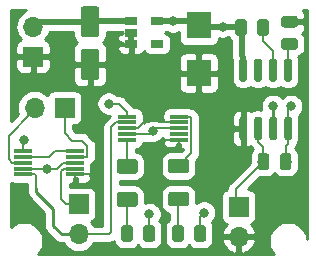
<source format=gbr>
G04 #@! TF.GenerationSoftware,KiCad,Pcbnew,(5.1.4-0-10_14)*
G04 #@! TF.CreationDate,2019-10-07T20:38:55-07:00*
G04 #@! TF.ProjectId,SoftButtonBoardMux555,536f6674-4275-4747-946f-6e426f617264,rev?*
G04 #@! TF.SameCoordinates,Original*
G04 #@! TF.FileFunction,Copper,L1,Top*
G04 #@! TF.FilePolarity,Positive*
%FSLAX46Y46*%
G04 Gerber Fmt 4.6, Leading zero omitted, Abs format (unit mm)*
G04 Created by KiCad (PCBNEW (5.1.4-0-10_14)) date 2019-10-07 20:38:55*
%MOMM*%
%LPD*%
G04 APERTURE LIST*
%ADD10C,0.100000*%
%ADD11C,0.600000*%
%ADD12O,1.700000X1.700000*%
%ADD13R,1.700000X1.700000*%
%ADD14C,0.975000*%
%ADD15R,2.098396X2.260397*%
%ADD16C,1.250000*%
%ADD17C,1.600000*%
%ADD18R,1.498600X0.330200*%
%ADD19R,1.060000X0.650000*%
%ADD20C,0.800000*%
%ADD21C,0.203200*%
%ADD22C,0.250000*%
%ADD23C,0.508000*%
%ADD24C,0.254000*%
G04 APERTURE END LIST*
D10*
G36*
X98208703Y-48557222D02*
G01*
X98223264Y-48559382D01*
X98237543Y-48562959D01*
X98251403Y-48567918D01*
X98264710Y-48574212D01*
X98277336Y-48581780D01*
X98289159Y-48590548D01*
X98300066Y-48600434D01*
X98309952Y-48611341D01*
X98318720Y-48623164D01*
X98326288Y-48635790D01*
X98332582Y-48649097D01*
X98337541Y-48662957D01*
X98341118Y-48677236D01*
X98343278Y-48691797D01*
X98344000Y-48706500D01*
X98344000Y-50356500D01*
X98343278Y-50371203D01*
X98341118Y-50385764D01*
X98337541Y-50400043D01*
X98332582Y-50413903D01*
X98326288Y-50427210D01*
X98318720Y-50439836D01*
X98309952Y-50451659D01*
X98300066Y-50462566D01*
X98289159Y-50472452D01*
X98277336Y-50481220D01*
X98264710Y-50488788D01*
X98251403Y-50495082D01*
X98237543Y-50500041D01*
X98223264Y-50503618D01*
X98208703Y-50505778D01*
X98194000Y-50506500D01*
X97894000Y-50506500D01*
X97879297Y-50505778D01*
X97864736Y-50503618D01*
X97850457Y-50500041D01*
X97836597Y-50495082D01*
X97823290Y-50488788D01*
X97810664Y-50481220D01*
X97798841Y-50472452D01*
X97787934Y-50462566D01*
X97778048Y-50451659D01*
X97769280Y-50439836D01*
X97761712Y-50427210D01*
X97755418Y-50413903D01*
X97750459Y-50400043D01*
X97746882Y-50385764D01*
X97744722Y-50371203D01*
X97744000Y-50356500D01*
X97744000Y-48706500D01*
X97744722Y-48691797D01*
X97746882Y-48677236D01*
X97750459Y-48662957D01*
X97755418Y-48649097D01*
X97761712Y-48635790D01*
X97769280Y-48623164D01*
X97778048Y-48611341D01*
X97787934Y-48600434D01*
X97798841Y-48590548D01*
X97810664Y-48581780D01*
X97823290Y-48574212D01*
X97836597Y-48567918D01*
X97850457Y-48562959D01*
X97864736Y-48559382D01*
X97879297Y-48557222D01*
X97894000Y-48556500D01*
X98194000Y-48556500D01*
X98208703Y-48557222D01*
X98208703Y-48557222D01*
G37*
D11*
X98044000Y-49531500D03*
D10*
G36*
X99478703Y-48557222D02*
G01*
X99493264Y-48559382D01*
X99507543Y-48562959D01*
X99521403Y-48567918D01*
X99534710Y-48574212D01*
X99547336Y-48581780D01*
X99559159Y-48590548D01*
X99570066Y-48600434D01*
X99579952Y-48611341D01*
X99588720Y-48623164D01*
X99596288Y-48635790D01*
X99602582Y-48649097D01*
X99607541Y-48662957D01*
X99611118Y-48677236D01*
X99613278Y-48691797D01*
X99614000Y-48706500D01*
X99614000Y-50356500D01*
X99613278Y-50371203D01*
X99611118Y-50385764D01*
X99607541Y-50400043D01*
X99602582Y-50413903D01*
X99596288Y-50427210D01*
X99588720Y-50439836D01*
X99579952Y-50451659D01*
X99570066Y-50462566D01*
X99559159Y-50472452D01*
X99547336Y-50481220D01*
X99534710Y-50488788D01*
X99521403Y-50495082D01*
X99507543Y-50500041D01*
X99493264Y-50503618D01*
X99478703Y-50505778D01*
X99464000Y-50506500D01*
X99164000Y-50506500D01*
X99149297Y-50505778D01*
X99134736Y-50503618D01*
X99120457Y-50500041D01*
X99106597Y-50495082D01*
X99093290Y-50488788D01*
X99080664Y-50481220D01*
X99068841Y-50472452D01*
X99057934Y-50462566D01*
X99048048Y-50451659D01*
X99039280Y-50439836D01*
X99031712Y-50427210D01*
X99025418Y-50413903D01*
X99020459Y-50400043D01*
X99016882Y-50385764D01*
X99014722Y-50371203D01*
X99014000Y-50356500D01*
X99014000Y-48706500D01*
X99014722Y-48691797D01*
X99016882Y-48677236D01*
X99020459Y-48662957D01*
X99025418Y-48649097D01*
X99031712Y-48635790D01*
X99039280Y-48623164D01*
X99048048Y-48611341D01*
X99057934Y-48600434D01*
X99068841Y-48590548D01*
X99080664Y-48581780D01*
X99093290Y-48574212D01*
X99106597Y-48567918D01*
X99120457Y-48562959D01*
X99134736Y-48559382D01*
X99149297Y-48557222D01*
X99164000Y-48556500D01*
X99464000Y-48556500D01*
X99478703Y-48557222D01*
X99478703Y-48557222D01*
G37*
D11*
X99314000Y-49531500D03*
D10*
G36*
X100748703Y-48557222D02*
G01*
X100763264Y-48559382D01*
X100777543Y-48562959D01*
X100791403Y-48567918D01*
X100804710Y-48574212D01*
X100817336Y-48581780D01*
X100829159Y-48590548D01*
X100840066Y-48600434D01*
X100849952Y-48611341D01*
X100858720Y-48623164D01*
X100866288Y-48635790D01*
X100872582Y-48649097D01*
X100877541Y-48662957D01*
X100881118Y-48677236D01*
X100883278Y-48691797D01*
X100884000Y-48706500D01*
X100884000Y-50356500D01*
X100883278Y-50371203D01*
X100881118Y-50385764D01*
X100877541Y-50400043D01*
X100872582Y-50413903D01*
X100866288Y-50427210D01*
X100858720Y-50439836D01*
X100849952Y-50451659D01*
X100840066Y-50462566D01*
X100829159Y-50472452D01*
X100817336Y-50481220D01*
X100804710Y-50488788D01*
X100791403Y-50495082D01*
X100777543Y-50500041D01*
X100763264Y-50503618D01*
X100748703Y-50505778D01*
X100734000Y-50506500D01*
X100434000Y-50506500D01*
X100419297Y-50505778D01*
X100404736Y-50503618D01*
X100390457Y-50500041D01*
X100376597Y-50495082D01*
X100363290Y-50488788D01*
X100350664Y-50481220D01*
X100338841Y-50472452D01*
X100327934Y-50462566D01*
X100318048Y-50451659D01*
X100309280Y-50439836D01*
X100301712Y-50427210D01*
X100295418Y-50413903D01*
X100290459Y-50400043D01*
X100286882Y-50385764D01*
X100284722Y-50371203D01*
X100284000Y-50356500D01*
X100284000Y-48706500D01*
X100284722Y-48691797D01*
X100286882Y-48677236D01*
X100290459Y-48662957D01*
X100295418Y-48649097D01*
X100301712Y-48635790D01*
X100309280Y-48623164D01*
X100318048Y-48611341D01*
X100327934Y-48600434D01*
X100338841Y-48590548D01*
X100350664Y-48581780D01*
X100363290Y-48574212D01*
X100376597Y-48567918D01*
X100390457Y-48562959D01*
X100404736Y-48559382D01*
X100419297Y-48557222D01*
X100434000Y-48556500D01*
X100734000Y-48556500D01*
X100748703Y-48557222D01*
X100748703Y-48557222D01*
G37*
D11*
X100584000Y-49531500D03*
D10*
G36*
X102018703Y-48557222D02*
G01*
X102033264Y-48559382D01*
X102047543Y-48562959D01*
X102061403Y-48567918D01*
X102074710Y-48574212D01*
X102087336Y-48581780D01*
X102099159Y-48590548D01*
X102110066Y-48600434D01*
X102119952Y-48611341D01*
X102128720Y-48623164D01*
X102136288Y-48635790D01*
X102142582Y-48649097D01*
X102147541Y-48662957D01*
X102151118Y-48677236D01*
X102153278Y-48691797D01*
X102154000Y-48706500D01*
X102154000Y-50356500D01*
X102153278Y-50371203D01*
X102151118Y-50385764D01*
X102147541Y-50400043D01*
X102142582Y-50413903D01*
X102136288Y-50427210D01*
X102128720Y-50439836D01*
X102119952Y-50451659D01*
X102110066Y-50462566D01*
X102099159Y-50472452D01*
X102087336Y-50481220D01*
X102074710Y-50488788D01*
X102061403Y-50495082D01*
X102047543Y-50500041D01*
X102033264Y-50503618D01*
X102018703Y-50505778D01*
X102004000Y-50506500D01*
X101704000Y-50506500D01*
X101689297Y-50505778D01*
X101674736Y-50503618D01*
X101660457Y-50500041D01*
X101646597Y-50495082D01*
X101633290Y-50488788D01*
X101620664Y-50481220D01*
X101608841Y-50472452D01*
X101597934Y-50462566D01*
X101588048Y-50451659D01*
X101579280Y-50439836D01*
X101571712Y-50427210D01*
X101565418Y-50413903D01*
X101560459Y-50400043D01*
X101556882Y-50385764D01*
X101554722Y-50371203D01*
X101554000Y-50356500D01*
X101554000Y-48706500D01*
X101554722Y-48691797D01*
X101556882Y-48677236D01*
X101560459Y-48662957D01*
X101565418Y-48649097D01*
X101571712Y-48635790D01*
X101579280Y-48623164D01*
X101588048Y-48611341D01*
X101597934Y-48600434D01*
X101608841Y-48590548D01*
X101620664Y-48581780D01*
X101633290Y-48574212D01*
X101646597Y-48567918D01*
X101660457Y-48562959D01*
X101674736Y-48559382D01*
X101689297Y-48557222D01*
X101704000Y-48556500D01*
X102004000Y-48556500D01*
X102018703Y-48557222D01*
X102018703Y-48557222D01*
G37*
D11*
X101854000Y-49531500D03*
D10*
G36*
X102018703Y-53507222D02*
G01*
X102033264Y-53509382D01*
X102047543Y-53512959D01*
X102061403Y-53517918D01*
X102074710Y-53524212D01*
X102087336Y-53531780D01*
X102099159Y-53540548D01*
X102110066Y-53550434D01*
X102119952Y-53561341D01*
X102128720Y-53573164D01*
X102136288Y-53585790D01*
X102142582Y-53599097D01*
X102147541Y-53612957D01*
X102151118Y-53627236D01*
X102153278Y-53641797D01*
X102154000Y-53656500D01*
X102154000Y-55306500D01*
X102153278Y-55321203D01*
X102151118Y-55335764D01*
X102147541Y-55350043D01*
X102142582Y-55363903D01*
X102136288Y-55377210D01*
X102128720Y-55389836D01*
X102119952Y-55401659D01*
X102110066Y-55412566D01*
X102099159Y-55422452D01*
X102087336Y-55431220D01*
X102074710Y-55438788D01*
X102061403Y-55445082D01*
X102047543Y-55450041D01*
X102033264Y-55453618D01*
X102018703Y-55455778D01*
X102004000Y-55456500D01*
X101704000Y-55456500D01*
X101689297Y-55455778D01*
X101674736Y-55453618D01*
X101660457Y-55450041D01*
X101646597Y-55445082D01*
X101633290Y-55438788D01*
X101620664Y-55431220D01*
X101608841Y-55422452D01*
X101597934Y-55412566D01*
X101588048Y-55401659D01*
X101579280Y-55389836D01*
X101571712Y-55377210D01*
X101565418Y-55363903D01*
X101560459Y-55350043D01*
X101556882Y-55335764D01*
X101554722Y-55321203D01*
X101554000Y-55306500D01*
X101554000Y-53656500D01*
X101554722Y-53641797D01*
X101556882Y-53627236D01*
X101560459Y-53612957D01*
X101565418Y-53599097D01*
X101571712Y-53585790D01*
X101579280Y-53573164D01*
X101588048Y-53561341D01*
X101597934Y-53550434D01*
X101608841Y-53540548D01*
X101620664Y-53531780D01*
X101633290Y-53524212D01*
X101646597Y-53517918D01*
X101660457Y-53512959D01*
X101674736Y-53509382D01*
X101689297Y-53507222D01*
X101704000Y-53506500D01*
X102004000Y-53506500D01*
X102018703Y-53507222D01*
X102018703Y-53507222D01*
G37*
D11*
X101854000Y-54481500D03*
D10*
G36*
X100748703Y-53507222D02*
G01*
X100763264Y-53509382D01*
X100777543Y-53512959D01*
X100791403Y-53517918D01*
X100804710Y-53524212D01*
X100817336Y-53531780D01*
X100829159Y-53540548D01*
X100840066Y-53550434D01*
X100849952Y-53561341D01*
X100858720Y-53573164D01*
X100866288Y-53585790D01*
X100872582Y-53599097D01*
X100877541Y-53612957D01*
X100881118Y-53627236D01*
X100883278Y-53641797D01*
X100884000Y-53656500D01*
X100884000Y-55306500D01*
X100883278Y-55321203D01*
X100881118Y-55335764D01*
X100877541Y-55350043D01*
X100872582Y-55363903D01*
X100866288Y-55377210D01*
X100858720Y-55389836D01*
X100849952Y-55401659D01*
X100840066Y-55412566D01*
X100829159Y-55422452D01*
X100817336Y-55431220D01*
X100804710Y-55438788D01*
X100791403Y-55445082D01*
X100777543Y-55450041D01*
X100763264Y-55453618D01*
X100748703Y-55455778D01*
X100734000Y-55456500D01*
X100434000Y-55456500D01*
X100419297Y-55455778D01*
X100404736Y-55453618D01*
X100390457Y-55450041D01*
X100376597Y-55445082D01*
X100363290Y-55438788D01*
X100350664Y-55431220D01*
X100338841Y-55422452D01*
X100327934Y-55412566D01*
X100318048Y-55401659D01*
X100309280Y-55389836D01*
X100301712Y-55377210D01*
X100295418Y-55363903D01*
X100290459Y-55350043D01*
X100286882Y-55335764D01*
X100284722Y-55321203D01*
X100284000Y-55306500D01*
X100284000Y-53656500D01*
X100284722Y-53641797D01*
X100286882Y-53627236D01*
X100290459Y-53612957D01*
X100295418Y-53599097D01*
X100301712Y-53585790D01*
X100309280Y-53573164D01*
X100318048Y-53561341D01*
X100327934Y-53550434D01*
X100338841Y-53540548D01*
X100350664Y-53531780D01*
X100363290Y-53524212D01*
X100376597Y-53517918D01*
X100390457Y-53512959D01*
X100404736Y-53509382D01*
X100419297Y-53507222D01*
X100434000Y-53506500D01*
X100734000Y-53506500D01*
X100748703Y-53507222D01*
X100748703Y-53507222D01*
G37*
D11*
X100584000Y-54481500D03*
D10*
G36*
X99478703Y-53507222D02*
G01*
X99493264Y-53509382D01*
X99507543Y-53512959D01*
X99521403Y-53517918D01*
X99534710Y-53524212D01*
X99547336Y-53531780D01*
X99559159Y-53540548D01*
X99570066Y-53550434D01*
X99579952Y-53561341D01*
X99588720Y-53573164D01*
X99596288Y-53585790D01*
X99602582Y-53599097D01*
X99607541Y-53612957D01*
X99611118Y-53627236D01*
X99613278Y-53641797D01*
X99614000Y-53656500D01*
X99614000Y-55306500D01*
X99613278Y-55321203D01*
X99611118Y-55335764D01*
X99607541Y-55350043D01*
X99602582Y-55363903D01*
X99596288Y-55377210D01*
X99588720Y-55389836D01*
X99579952Y-55401659D01*
X99570066Y-55412566D01*
X99559159Y-55422452D01*
X99547336Y-55431220D01*
X99534710Y-55438788D01*
X99521403Y-55445082D01*
X99507543Y-55450041D01*
X99493264Y-55453618D01*
X99478703Y-55455778D01*
X99464000Y-55456500D01*
X99164000Y-55456500D01*
X99149297Y-55455778D01*
X99134736Y-55453618D01*
X99120457Y-55450041D01*
X99106597Y-55445082D01*
X99093290Y-55438788D01*
X99080664Y-55431220D01*
X99068841Y-55422452D01*
X99057934Y-55412566D01*
X99048048Y-55401659D01*
X99039280Y-55389836D01*
X99031712Y-55377210D01*
X99025418Y-55363903D01*
X99020459Y-55350043D01*
X99016882Y-55335764D01*
X99014722Y-55321203D01*
X99014000Y-55306500D01*
X99014000Y-53656500D01*
X99014722Y-53641797D01*
X99016882Y-53627236D01*
X99020459Y-53612957D01*
X99025418Y-53599097D01*
X99031712Y-53585790D01*
X99039280Y-53573164D01*
X99048048Y-53561341D01*
X99057934Y-53550434D01*
X99068841Y-53540548D01*
X99080664Y-53531780D01*
X99093290Y-53524212D01*
X99106597Y-53517918D01*
X99120457Y-53512959D01*
X99134736Y-53509382D01*
X99149297Y-53507222D01*
X99164000Y-53506500D01*
X99464000Y-53506500D01*
X99478703Y-53507222D01*
X99478703Y-53507222D01*
G37*
D11*
X99314000Y-54481500D03*
D10*
G36*
X98208703Y-53507222D02*
G01*
X98223264Y-53509382D01*
X98237543Y-53512959D01*
X98251403Y-53517918D01*
X98264710Y-53524212D01*
X98277336Y-53531780D01*
X98289159Y-53540548D01*
X98300066Y-53550434D01*
X98309952Y-53561341D01*
X98318720Y-53573164D01*
X98326288Y-53585790D01*
X98332582Y-53599097D01*
X98337541Y-53612957D01*
X98341118Y-53627236D01*
X98343278Y-53641797D01*
X98344000Y-53656500D01*
X98344000Y-55306500D01*
X98343278Y-55321203D01*
X98341118Y-55335764D01*
X98337541Y-55350043D01*
X98332582Y-55363903D01*
X98326288Y-55377210D01*
X98318720Y-55389836D01*
X98309952Y-55401659D01*
X98300066Y-55412566D01*
X98289159Y-55422452D01*
X98277336Y-55431220D01*
X98264710Y-55438788D01*
X98251403Y-55445082D01*
X98237543Y-55450041D01*
X98223264Y-55453618D01*
X98208703Y-55455778D01*
X98194000Y-55456500D01*
X97894000Y-55456500D01*
X97879297Y-55455778D01*
X97864736Y-55453618D01*
X97850457Y-55450041D01*
X97836597Y-55445082D01*
X97823290Y-55438788D01*
X97810664Y-55431220D01*
X97798841Y-55422452D01*
X97787934Y-55412566D01*
X97778048Y-55401659D01*
X97769280Y-55389836D01*
X97761712Y-55377210D01*
X97755418Y-55363903D01*
X97750459Y-55350043D01*
X97746882Y-55335764D01*
X97744722Y-55321203D01*
X97744000Y-55306500D01*
X97744000Y-53656500D01*
X97744722Y-53641797D01*
X97746882Y-53627236D01*
X97750459Y-53612957D01*
X97755418Y-53599097D01*
X97761712Y-53585790D01*
X97769280Y-53573164D01*
X97778048Y-53561341D01*
X97787934Y-53550434D01*
X97798841Y-53540548D01*
X97810664Y-53531780D01*
X97823290Y-53524212D01*
X97836597Y-53517918D01*
X97850457Y-53512959D01*
X97864736Y-53509382D01*
X97879297Y-53507222D01*
X97894000Y-53506500D01*
X98194000Y-53506500D01*
X98208703Y-53507222D01*
X98208703Y-53507222D01*
G37*
D11*
X98044000Y-54481500D03*
D12*
X97663000Y-63627000D03*
D13*
X97663000Y-61087000D03*
D10*
G36*
X102461142Y-44956574D02*
G01*
X102484803Y-44960084D01*
X102508007Y-44965896D01*
X102530529Y-44973954D01*
X102552153Y-44984182D01*
X102572670Y-44996479D01*
X102591883Y-45010729D01*
X102609607Y-45026793D01*
X102625671Y-45044517D01*
X102639921Y-45063730D01*
X102652218Y-45084247D01*
X102662446Y-45105871D01*
X102670504Y-45128393D01*
X102676316Y-45151597D01*
X102679826Y-45175258D01*
X102681000Y-45199150D01*
X102681000Y-45686650D01*
X102679826Y-45710542D01*
X102676316Y-45734203D01*
X102670504Y-45757407D01*
X102662446Y-45779929D01*
X102652218Y-45801553D01*
X102639921Y-45822070D01*
X102625671Y-45841283D01*
X102609607Y-45859007D01*
X102591883Y-45875071D01*
X102572670Y-45889321D01*
X102552153Y-45901618D01*
X102530529Y-45911846D01*
X102508007Y-45919904D01*
X102484803Y-45925716D01*
X102461142Y-45929226D01*
X102437250Y-45930400D01*
X101524750Y-45930400D01*
X101500858Y-45929226D01*
X101477197Y-45925716D01*
X101453993Y-45919904D01*
X101431471Y-45911846D01*
X101409847Y-45901618D01*
X101389330Y-45889321D01*
X101370117Y-45875071D01*
X101352393Y-45859007D01*
X101336329Y-45841283D01*
X101322079Y-45822070D01*
X101309782Y-45801553D01*
X101299554Y-45779929D01*
X101291496Y-45757407D01*
X101285684Y-45734203D01*
X101282174Y-45710542D01*
X101281000Y-45686650D01*
X101281000Y-45199150D01*
X101282174Y-45175258D01*
X101285684Y-45151597D01*
X101291496Y-45128393D01*
X101299554Y-45105871D01*
X101309782Y-45084247D01*
X101322079Y-45063730D01*
X101336329Y-45044517D01*
X101352393Y-45026793D01*
X101370117Y-45010729D01*
X101389330Y-44996479D01*
X101409847Y-44984182D01*
X101431471Y-44973954D01*
X101453993Y-44965896D01*
X101477197Y-44960084D01*
X101500858Y-44956574D01*
X101524750Y-44955400D01*
X102437250Y-44955400D01*
X102461142Y-44956574D01*
X102461142Y-44956574D01*
G37*
D14*
X101981000Y-45442900D03*
D10*
G36*
X102461142Y-46831574D02*
G01*
X102484803Y-46835084D01*
X102508007Y-46840896D01*
X102530529Y-46848954D01*
X102552153Y-46859182D01*
X102572670Y-46871479D01*
X102591883Y-46885729D01*
X102609607Y-46901793D01*
X102625671Y-46919517D01*
X102639921Y-46938730D01*
X102652218Y-46959247D01*
X102662446Y-46980871D01*
X102670504Y-47003393D01*
X102676316Y-47026597D01*
X102679826Y-47050258D01*
X102681000Y-47074150D01*
X102681000Y-47561650D01*
X102679826Y-47585542D01*
X102676316Y-47609203D01*
X102670504Y-47632407D01*
X102662446Y-47654929D01*
X102652218Y-47676553D01*
X102639921Y-47697070D01*
X102625671Y-47716283D01*
X102609607Y-47734007D01*
X102591883Y-47750071D01*
X102572670Y-47764321D01*
X102552153Y-47776618D01*
X102530529Y-47786846D01*
X102508007Y-47794904D01*
X102484803Y-47800716D01*
X102461142Y-47804226D01*
X102437250Y-47805400D01*
X101524750Y-47805400D01*
X101500858Y-47804226D01*
X101477197Y-47800716D01*
X101453993Y-47794904D01*
X101431471Y-47786846D01*
X101409847Y-47776618D01*
X101389330Y-47764321D01*
X101370117Y-47750071D01*
X101352393Y-47734007D01*
X101336329Y-47716283D01*
X101322079Y-47697070D01*
X101309782Y-47676553D01*
X101299554Y-47654929D01*
X101291496Y-47632407D01*
X101285684Y-47609203D01*
X101282174Y-47585542D01*
X101281000Y-47561650D01*
X101281000Y-47074150D01*
X101282174Y-47050258D01*
X101285684Y-47026597D01*
X101291496Y-47003393D01*
X101299554Y-46980871D01*
X101309782Y-46959247D01*
X101322079Y-46938730D01*
X101336329Y-46919517D01*
X101352393Y-46901793D01*
X101370117Y-46885729D01*
X101389330Y-46871479D01*
X101409847Y-46859182D01*
X101431471Y-46848954D01*
X101453993Y-46840896D01*
X101477197Y-46835084D01*
X101500858Y-46831574D01*
X101524750Y-46830400D01*
X102437250Y-46830400D01*
X102461142Y-46831574D01*
X102461142Y-46831574D01*
G37*
D14*
X101981000Y-47317900D03*
D10*
G36*
X100011142Y-45224374D02*
G01*
X100034803Y-45227884D01*
X100058007Y-45233696D01*
X100080529Y-45241754D01*
X100102153Y-45251982D01*
X100122670Y-45264279D01*
X100141883Y-45278529D01*
X100159607Y-45294593D01*
X100175671Y-45312317D01*
X100189921Y-45331530D01*
X100202218Y-45352047D01*
X100212446Y-45373671D01*
X100220504Y-45396193D01*
X100226316Y-45419397D01*
X100229826Y-45443058D01*
X100231000Y-45466950D01*
X100231000Y-46379450D01*
X100229826Y-46403342D01*
X100226316Y-46427003D01*
X100220504Y-46450207D01*
X100212446Y-46472729D01*
X100202218Y-46494353D01*
X100189921Y-46514870D01*
X100175671Y-46534083D01*
X100159607Y-46551807D01*
X100141883Y-46567871D01*
X100122670Y-46582121D01*
X100102153Y-46594418D01*
X100080529Y-46604646D01*
X100058007Y-46612704D01*
X100034803Y-46618516D01*
X100011142Y-46622026D01*
X99987250Y-46623200D01*
X99499750Y-46623200D01*
X99475858Y-46622026D01*
X99452197Y-46618516D01*
X99428993Y-46612704D01*
X99406471Y-46604646D01*
X99384847Y-46594418D01*
X99364330Y-46582121D01*
X99345117Y-46567871D01*
X99327393Y-46551807D01*
X99311329Y-46534083D01*
X99297079Y-46514870D01*
X99284782Y-46494353D01*
X99274554Y-46472729D01*
X99266496Y-46450207D01*
X99260684Y-46427003D01*
X99257174Y-46403342D01*
X99256000Y-46379450D01*
X99256000Y-45466950D01*
X99257174Y-45443058D01*
X99260684Y-45419397D01*
X99266496Y-45396193D01*
X99274554Y-45373671D01*
X99284782Y-45352047D01*
X99297079Y-45331530D01*
X99311329Y-45312317D01*
X99327393Y-45294593D01*
X99345117Y-45278529D01*
X99364330Y-45264279D01*
X99384847Y-45251982D01*
X99406471Y-45241754D01*
X99428993Y-45233696D01*
X99452197Y-45227884D01*
X99475858Y-45224374D01*
X99499750Y-45223200D01*
X99987250Y-45223200D01*
X100011142Y-45224374D01*
X100011142Y-45224374D01*
G37*
D14*
X99743500Y-45923200D03*
D10*
G36*
X98136142Y-45224374D02*
G01*
X98159803Y-45227884D01*
X98183007Y-45233696D01*
X98205529Y-45241754D01*
X98227153Y-45251982D01*
X98247670Y-45264279D01*
X98266883Y-45278529D01*
X98284607Y-45294593D01*
X98300671Y-45312317D01*
X98314921Y-45331530D01*
X98327218Y-45352047D01*
X98337446Y-45373671D01*
X98345504Y-45396193D01*
X98351316Y-45419397D01*
X98354826Y-45443058D01*
X98356000Y-45466950D01*
X98356000Y-46379450D01*
X98354826Y-46403342D01*
X98351316Y-46427003D01*
X98345504Y-46450207D01*
X98337446Y-46472729D01*
X98327218Y-46494353D01*
X98314921Y-46514870D01*
X98300671Y-46534083D01*
X98284607Y-46551807D01*
X98266883Y-46567871D01*
X98247670Y-46582121D01*
X98227153Y-46594418D01*
X98205529Y-46604646D01*
X98183007Y-46612704D01*
X98159803Y-46618516D01*
X98136142Y-46622026D01*
X98112250Y-46623200D01*
X97624750Y-46623200D01*
X97600858Y-46622026D01*
X97577197Y-46618516D01*
X97553993Y-46612704D01*
X97531471Y-46604646D01*
X97509847Y-46594418D01*
X97489330Y-46582121D01*
X97470117Y-46567871D01*
X97452393Y-46551807D01*
X97436329Y-46534083D01*
X97422079Y-46514870D01*
X97409782Y-46494353D01*
X97399554Y-46472729D01*
X97391496Y-46450207D01*
X97385684Y-46427003D01*
X97382174Y-46403342D01*
X97381000Y-46379450D01*
X97381000Y-45466950D01*
X97382174Y-45443058D01*
X97385684Y-45419397D01*
X97391496Y-45396193D01*
X97399554Y-45373671D01*
X97409782Y-45352047D01*
X97422079Y-45331530D01*
X97436329Y-45312317D01*
X97452393Y-45294593D01*
X97470117Y-45278529D01*
X97489330Y-45264279D01*
X97509847Y-45251982D01*
X97531471Y-45241754D01*
X97553993Y-45233696D01*
X97577197Y-45227884D01*
X97600858Y-45224374D01*
X97624750Y-45223200D01*
X98112250Y-45223200D01*
X98136142Y-45224374D01*
X98136142Y-45224374D01*
G37*
D14*
X97868500Y-45923200D03*
D12*
X84137500Y-63436500D03*
D13*
X84137500Y-60896500D03*
D15*
X94297500Y-49784000D03*
X94297500Y-45739608D03*
D12*
X80264000Y-45847000D03*
D13*
X80264000Y-48387000D03*
D12*
X80391000Y-52705000D03*
D13*
X82931000Y-52705000D03*
D10*
G36*
X93232504Y-59831204D02*
G01*
X93256773Y-59834804D01*
X93280571Y-59840765D01*
X93303671Y-59849030D01*
X93325849Y-59859520D01*
X93346893Y-59872133D01*
X93366598Y-59886747D01*
X93384777Y-59903223D01*
X93401253Y-59921402D01*
X93415867Y-59941107D01*
X93428480Y-59962151D01*
X93438970Y-59984329D01*
X93447235Y-60007429D01*
X93453196Y-60031227D01*
X93456796Y-60055496D01*
X93458000Y-60080000D01*
X93458000Y-60830000D01*
X93456796Y-60854504D01*
X93453196Y-60878773D01*
X93447235Y-60902571D01*
X93438970Y-60925671D01*
X93428480Y-60947849D01*
X93415867Y-60968893D01*
X93401253Y-60988598D01*
X93384777Y-61006777D01*
X93366598Y-61023253D01*
X93346893Y-61037867D01*
X93325849Y-61050480D01*
X93303671Y-61060970D01*
X93280571Y-61069235D01*
X93256773Y-61075196D01*
X93232504Y-61078796D01*
X93208000Y-61080000D01*
X91958000Y-61080000D01*
X91933496Y-61078796D01*
X91909227Y-61075196D01*
X91885429Y-61069235D01*
X91862329Y-61060970D01*
X91840151Y-61050480D01*
X91819107Y-61037867D01*
X91799402Y-61023253D01*
X91781223Y-61006777D01*
X91764747Y-60988598D01*
X91750133Y-60968893D01*
X91737520Y-60947849D01*
X91727030Y-60925671D01*
X91718765Y-60902571D01*
X91712804Y-60878773D01*
X91709204Y-60854504D01*
X91708000Y-60830000D01*
X91708000Y-60080000D01*
X91709204Y-60055496D01*
X91712804Y-60031227D01*
X91718765Y-60007429D01*
X91727030Y-59984329D01*
X91737520Y-59962151D01*
X91750133Y-59941107D01*
X91764747Y-59921402D01*
X91781223Y-59903223D01*
X91799402Y-59886747D01*
X91819107Y-59872133D01*
X91840151Y-59859520D01*
X91862329Y-59849030D01*
X91885429Y-59840765D01*
X91909227Y-59834804D01*
X91933496Y-59831204D01*
X91958000Y-59830000D01*
X93208000Y-59830000D01*
X93232504Y-59831204D01*
X93232504Y-59831204D01*
G37*
D16*
X92583000Y-60455000D03*
D10*
G36*
X93232504Y-57031204D02*
G01*
X93256773Y-57034804D01*
X93280571Y-57040765D01*
X93303671Y-57049030D01*
X93325849Y-57059520D01*
X93346893Y-57072133D01*
X93366598Y-57086747D01*
X93384777Y-57103223D01*
X93401253Y-57121402D01*
X93415867Y-57141107D01*
X93428480Y-57162151D01*
X93438970Y-57184329D01*
X93447235Y-57207429D01*
X93453196Y-57231227D01*
X93456796Y-57255496D01*
X93458000Y-57280000D01*
X93458000Y-58030000D01*
X93456796Y-58054504D01*
X93453196Y-58078773D01*
X93447235Y-58102571D01*
X93438970Y-58125671D01*
X93428480Y-58147849D01*
X93415867Y-58168893D01*
X93401253Y-58188598D01*
X93384777Y-58206777D01*
X93366598Y-58223253D01*
X93346893Y-58237867D01*
X93325849Y-58250480D01*
X93303671Y-58260970D01*
X93280571Y-58269235D01*
X93256773Y-58275196D01*
X93232504Y-58278796D01*
X93208000Y-58280000D01*
X91958000Y-58280000D01*
X91933496Y-58278796D01*
X91909227Y-58275196D01*
X91885429Y-58269235D01*
X91862329Y-58260970D01*
X91840151Y-58250480D01*
X91819107Y-58237867D01*
X91799402Y-58223253D01*
X91781223Y-58206777D01*
X91764747Y-58188598D01*
X91750133Y-58168893D01*
X91737520Y-58147849D01*
X91727030Y-58125671D01*
X91718765Y-58102571D01*
X91712804Y-58078773D01*
X91709204Y-58054504D01*
X91708000Y-58030000D01*
X91708000Y-57280000D01*
X91709204Y-57255496D01*
X91712804Y-57231227D01*
X91718765Y-57207429D01*
X91727030Y-57184329D01*
X91737520Y-57162151D01*
X91750133Y-57141107D01*
X91764747Y-57121402D01*
X91781223Y-57103223D01*
X91799402Y-57086747D01*
X91819107Y-57072133D01*
X91840151Y-57059520D01*
X91862329Y-57049030D01*
X91885429Y-57040765D01*
X91909227Y-57034804D01*
X91933496Y-57031204D01*
X91958000Y-57030000D01*
X93208000Y-57030000D01*
X93232504Y-57031204D01*
X93232504Y-57031204D01*
G37*
D16*
X92583000Y-57655000D03*
D10*
G36*
X88889104Y-59856604D02*
G01*
X88913373Y-59860204D01*
X88937171Y-59866165D01*
X88960271Y-59874430D01*
X88982449Y-59884920D01*
X89003493Y-59897533D01*
X89023198Y-59912147D01*
X89041377Y-59928623D01*
X89057853Y-59946802D01*
X89072467Y-59966507D01*
X89085080Y-59987551D01*
X89095570Y-60009729D01*
X89103835Y-60032829D01*
X89109796Y-60056627D01*
X89113396Y-60080896D01*
X89114600Y-60105400D01*
X89114600Y-60855400D01*
X89113396Y-60879904D01*
X89109796Y-60904173D01*
X89103835Y-60927971D01*
X89095570Y-60951071D01*
X89085080Y-60973249D01*
X89072467Y-60994293D01*
X89057853Y-61013998D01*
X89041377Y-61032177D01*
X89023198Y-61048653D01*
X89003493Y-61063267D01*
X88982449Y-61075880D01*
X88960271Y-61086370D01*
X88937171Y-61094635D01*
X88913373Y-61100596D01*
X88889104Y-61104196D01*
X88864600Y-61105400D01*
X87614600Y-61105400D01*
X87590096Y-61104196D01*
X87565827Y-61100596D01*
X87542029Y-61094635D01*
X87518929Y-61086370D01*
X87496751Y-61075880D01*
X87475707Y-61063267D01*
X87456002Y-61048653D01*
X87437823Y-61032177D01*
X87421347Y-61013998D01*
X87406733Y-60994293D01*
X87394120Y-60973249D01*
X87383630Y-60951071D01*
X87375365Y-60927971D01*
X87369404Y-60904173D01*
X87365804Y-60879904D01*
X87364600Y-60855400D01*
X87364600Y-60105400D01*
X87365804Y-60080896D01*
X87369404Y-60056627D01*
X87375365Y-60032829D01*
X87383630Y-60009729D01*
X87394120Y-59987551D01*
X87406733Y-59966507D01*
X87421347Y-59946802D01*
X87437823Y-59928623D01*
X87456002Y-59912147D01*
X87475707Y-59897533D01*
X87496751Y-59884920D01*
X87518929Y-59874430D01*
X87542029Y-59866165D01*
X87565827Y-59860204D01*
X87590096Y-59856604D01*
X87614600Y-59855400D01*
X88864600Y-59855400D01*
X88889104Y-59856604D01*
X88889104Y-59856604D01*
G37*
D16*
X88239600Y-60480400D03*
D10*
G36*
X88889104Y-57056604D02*
G01*
X88913373Y-57060204D01*
X88937171Y-57066165D01*
X88960271Y-57074430D01*
X88982449Y-57084920D01*
X89003493Y-57097533D01*
X89023198Y-57112147D01*
X89041377Y-57128623D01*
X89057853Y-57146802D01*
X89072467Y-57166507D01*
X89085080Y-57187551D01*
X89095570Y-57209729D01*
X89103835Y-57232829D01*
X89109796Y-57256627D01*
X89113396Y-57280896D01*
X89114600Y-57305400D01*
X89114600Y-58055400D01*
X89113396Y-58079904D01*
X89109796Y-58104173D01*
X89103835Y-58127971D01*
X89095570Y-58151071D01*
X89085080Y-58173249D01*
X89072467Y-58194293D01*
X89057853Y-58213998D01*
X89041377Y-58232177D01*
X89023198Y-58248653D01*
X89003493Y-58263267D01*
X88982449Y-58275880D01*
X88960271Y-58286370D01*
X88937171Y-58294635D01*
X88913373Y-58300596D01*
X88889104Y-58304196D01*
X88864600Y-58305400D01*
X87614600Y-58305400D01*
X87590096Y-58304196D01*
X87565827Y-58300596D01*
X87542029Y-58294635D01*
X87518929Y-58286370D01*
X87496751Y-58275880D01*
X87475707Y-58263267D01*
X87456002Y-58248653D01*
X87437823Y-58232177D01*
X87421347Y-58213998D01*
X87406733Y-58194293D01*
X87394120Y-58173249D01*
X87383630Y-58151071D01*
X87375365Y-58127971D01*
X87369404Y-58104173D01*
X87365804Y-58079904D01*
X87364600Y-58055400D01*
X87364600Y-57305400D01*
X87365804Y-57280896D01*
X87369404Y-57256627D01*
X87375365Y-57232829D01*
X87383630Y-57209729D01*
X87394120Y-57187551D01*
X87406733Y-57166507D01*
X87421347Y-57146802D01*
X87437823Y-57128623D01*
X87456002Y-57112147D01*
X87475707Y-57097533D01*
X87496751Y-57084920D01*
X87518929Y-57074430D01*
X87542029Y-57066165D01*
X87565827Y-57060204D01*
X87590096Y-57056604D01*
X87614600Y-57055400D01*
X88864600Y-57055400D01*
X88889104Y-57056604D01*
X88889104Y-57056604D01*
G37*
D16*
X88239600Y-57680400D03*
D10*
G36*
X94677142Y-62674174D02*
G01*
X94700803Y-62677684D01*
X94724007Y-62683496D01*
X94746529Y-62691554D01*
X94768153Y-62701782D01*
X94788670Y-62714079D01*
X94807883Y-62728329D01*
X94825607Y-62744393D01*
X94841671Y-62762117D01*
X94855921Y-62781330D01*
X94868218Y-62801847D01*
X94878446Y-62823471D01*
X94886504Y-62845993D01*
X94892316Y-62869197D01*
X94895826Y-62892858D01*
X94897000Y-62916750D01*
X94897000Y-63829250D01*
X94895826Y-63853142D01*
X94892316Y-63876803D01*
X94886504Y-63900007D01*
X94878446Y-63922529D01*
X94868218Y-63944153D01*
X94855921Y-63964670D01*
X94841671Y-63983883D01*
X94825607Y-64001607D01*
X94807883Y-64017671D01*
X94788670Y-64031921D01*
X94768153Y-64044218D01*
X94746529Y-64054446D01*
X94724007Y-64062504D01*
X94700803Y-64068316D01*
X94677142Y-64071826D01*
X94653250Y-64073000D01*
X94165750Y-64073000D01*
X94141858Y-64071826D01*
X94118197Y-64068316D01*
X94094993Y-64062504D01*
X94072471Y-64054446D01*
X94050847Y-64044218D01*
X94030330Y-64031921D01*
X94011117Y-64017671D01*
X93993393Y-64001607D01*
X93977329Y-63983883D01*
X93963079Y-63964670D01*
X93950782Y-63944153D01*
X93940554Y-63922529D01*
X93932496Y-63900007D01*
X93926684Y-63876803D01*
X93923174Y-63853142D01*
X93922000Y-63829250D01*
X93922000Y-62916750D01*
X93923174Y-62892858D01*
X93926684Y-62869197D01*
X93932496Y-62845993D01*
X93940554Y-62823471D01*
X93950782Y-62801847D01*
X93963079Y-62781330D01*
X93977329Y-62762117D01*
X93993393Y-62744393D01*
X94011117Y-62728329D01*
X94030330Y-62714079D01*
X94050847Y-62701782D01*
X94072471Y-62691554D01*
X94094993Y-62683496D01*
X94118197Y-62677684D01*
X94141858Y-62674174D01*
X94165750Y-62673000D01*
X94653250Y-62673000D01*
X94677142Y-62674174D01*
X94677142Y-62674174D01*
G37*
D14*
X94409500Y-63373000D03*
D10*
G36*
X92802142Y-62674174D02*
G01*
X92825803Y-62677684D01*
X92849007Y-62683496D01*
X92871529Y-62691554D01*
X92893153Y-62701782D01*
X92913670Y-62714079D01*
X92932883Y-62728329D01*
X92950607Y-62744393D01*
X92966671Y-62762117D01*
X92980921Y-62781330D01*
X92993218Y-62801847D01*
X93003446Y-62823471D01*
X93011504Y-62845993D01*
X93017316Y-62869197D01*
X93020826Y-62892858D01*
X93022000Y-62916750D01*
X93022000Y-63829250D01*
X93020826Y-63853142D01*
X93017316Y-63876803D01*
X93011504Y-63900007D01*
X93003446Y-63922529D01*
X92993218Y-63944153D01*
X92980921Y-63964670D01*
X92966671Y-63983883D01*
X92950607Y-64001607D01*
X92932883Y-64017671D01*
X92913670Y-64031921D01*
X92893153Y-64044218D01*
X92871529Y-64054446D01*
X92849007Y-64062504D01*
X92825803Y-64068316D01*
X92802142Y-64071826D01*
X92778250Y-64073000D01*
X92290750Y-64073000D01*
X92266858Y-64071826D01*
X92243197Y-64068316D01*
X92219993Y-64062504D01*
X92197471Y-64054446D01*
X92175847Y-64044218D01*
X92155330Y-64031921D01*
X92136117Y-64017671D01*
X92118393Y-64001607D01*
X92102329Y-63983883D01*
X92088079Y-63964670D01*
X92075782Y-63944153D01*
X92065554Y-63922529D01*
X92057496Y-63900007D01*
X92051684Y-63876803D01*
X92048174Y-63853142D01*
X92047000Y-63829250D01*
X92047000Y-62916750D01*
X92048174Y-62892858D01*
X92051684Y-62869197D01*
X92057496Y-62845993D01*
X92065554Y-62823471D01*
X92075782Y-62801847D01*
X92088079Y-62781330D01*
X92102329Y-62762117D01*
X92118393Y-62744393D01*
X92136117Y-62728329D01*
X92155330Y-62714079D01*
X92175847Y-62701782D01*
X92197471Y-62691554D01*
X92219993Y-62683496D01*
X92243197Y-62677684D01*
X92266858Y-62674174D01*
X92290750Y-62673000D01*
X92778250Y-62673000D01*
X92802142Y-62674174D01*
X92802142Y-62674174D01*
G37*
D14*
X92534500Y-63373000D03*
D10*
G36*
X90359142Y-62674174D02*
G01*
X90382803Y-62677684D01*
X90406007Y-62683496D01*
X90428529Y-62691554D01*
X90450153Y-62701782D01*
X90470670Y-62714079D01*
X90489883Y-62728329D01*
X90507607Y-62744393D01*
X90523671Y-62762117D01*
X90537921Y-62781330D01*
X90550218Y-62801847D01*
X90560446Y-62823471D01*
X90568504Y-62845993D01*
X90574316Y-62869197D01*
X90577826Y-62892858D01*
X90579000Y-62916750D01*
X90579000Y-63829250D01*
X90577826Y-63853142D01*
X90574316Y-63876803D01*
X90568504Y-63900007D01*
X90560446Y-63922529D01*
X90550218Y-63944153D01*
X90537921Y-63964670D01*
X90523671Y-63983883D01*
X90507607Y-64001607D01*
X90489883Y-64017671D01*
X90470670Y-64031921D01*
X90450153Y-64044218D01*
X90428529Y-64054446D01*
X90406007Y-64062504D01*
X90382803Y-64068316D01*
X90359142Y-64071826D01*
X90335250Y-64073000D01*
X89847750Y-64073000D01*
X89823858Y-64071826D01*
X89800197Y-64068316D01*
X89776993Y-64062504D01*
X89754471Y-64054446D01*
X89732847Y-64044218D01*
X89712330Y-64031921D01*
X89693117Y-64017671D01*
X89675393Y-64001607D01*
X89659329Y-63983883D01*
X89645079Y-63964670D01*
X89632782Y-63944153D01*
X89622554Y-63922529D01*
X89614496Y-63900007D01*
X89608684Y-63876803D01*
X89605174Y-63853142D01*
X89604000Y-63829250D01*
X89604000Y-62916750D01*
X89605174Y-62892858D01*
X89608684Y-62869197D01*
X89614496Y-62845993D01*
X89622554Y-62823471D01*
X89632782Y-62801847D01*
X89645079Y-62781330D01*
X89659329Y-62762117D01*
X89675393Y-62744393D01*
X89693117Y-62728329D01*
X89712330Y-62714079D01*
X89732847Y-62701782D01*
X89754471Y-62691554D01*
X89776993Y-62683496D01*
X89800197Y-62677684D01*
X89823858Y-62674174D01*
X89847750Y-62673000D01*
X90335250Y-62673000D01*
X90359142Y-62674174D01*
X90359142Y-62674174D01*
G37*
D14*
X90091500Y-63373000D03*
D10*
G36*
X88484142Y-62674174D02*
G01*
X88507803Y-62677684D01*
X88531007Y-62683496D01*
X88553529Y-62691554D01*
X88575153Y-62701782D01*
X88595670Y-62714079D01*
X88614883Y-62728329D01*
X88632607Y-62744393D01*
X88648671Y-62762117D01*
X88662921Y-62781330D01*
X88675218Y-62801847D01*
X88685446Y-62823471D01*
X88693504Y-62845993D01*
X88699316Y-62869197D01*
X88702826Y-62892858D01*
X88704000Y-62916750D01*
X88704000Y-63829250D01*
X88702826Y-63853142D01*
X88699316Y-63876803D01*
X88693504Y-63900007D01*
X88685446Y-63922529D01*
X88675218Y-63944153D01*
X88662921Y-63964670D01*
X88648671Y-63983883D01*
X88632607Y-64001607D01*
X88614883Y-64017671D01*
X88595670Y-64031921D01*
X88575153Y-64044218D01*
X88553529Y-64054446D01*
X88531007Y-64062504D01*
X88507803Y-64068316D01*
X88484142Y-64071826D01*
X88460250Y-64073000D01*
X87972750Y-64073000D01*
X87948858Y-64071826D01*
X87925197Y-64068316D01*
X87901993Y-64062504D01*
X87879471Y-64054446D01*
X87857847Y-64044218D01*
X87837330Y-64031921D01*
X87818117Y-64017671D01*
X87800393Y-64001607D01*
X87784329Y-63983883D01*
X87770079Y-63964670D01*
X87757782Y-63944153D01*
X87747554Y-63922529D01*
X87739496Y-63900007D01*
X87733684Y-63876803D01*
X87730174Y-63853142D01*
X87729000Y-63829250D01*
X87729000Y-62916750D01*
X87730174Y-62892858D01*
X87733684Y-62869197D01*
X87739496Y-62845993D01*
X87747554Y-62823471D01*
X87757782Y-62801847D01*
X87770079Y-62781330D01*
X87784329Y-62762117D01*
X87800393Y-62744393D01*
X87818117Y-62728329D01*
X87837330Y-62714079D01*
X87857847Y-62701782D01*
X87879471Y-62691554D01*
X87901993Y-62683496D01*
X87925197Y-62677684D01*
X87948858Y-62674174D01*
X87972750Y-62673000D01*
X88460250Y-62673000D01*
X88484142Y-62674174D01*
X88484142Y-62674174D01*
G37*
D14*
X88216500Y-63373000D03*
D10*
G36*
X101916142Y-56578174D02*
G01*
X101939803Y-56581684D01*
X101963007Y-56587496D01*
X101985529Y-56595554D01*
X102007153Y-56605782D01*
X102027670Y-56618079D01*
X102046883Y-56632329D01*
X102064607Y-56648393D01*
X102080671Y-56666117D01*
X102094921Y-56685330D01*
X102107218Y-56705847D01*
X102117446Y-56727471D01*
X102125504Y-56749993D01*
X102131316Y-56773197D01*
X102134826Y-56796858D01*
X102136000Y-56820750D01*
X102136000Y-57733250D01*
X102134826Y-57757142D01*
X102131316Y-57780803D01*
X102125504Y-57804007D01*
X102117446Y-57826529D01*
X102107218Y-57848153D01*
X102094921Y-57868670D01*
X102080671Y-57887883D01*
X102064607Y-57905607D01*
X102046883Y-57921671D01*
X102027670Y-57935921D01*
X102007153Y-57948218D01*
X101985529Y-57958446D01*
X101963007Y-57966504D01*
X101939803Y-57972316D01*
X101916142Y-57975826D01*
X101892250Y-57977000D01*
X101404750Y-57977000D01*
X101380858Y-57975826D01*
X101357197Y-57972316D01*
X101333993Y-57966504D01*
X101311471Y-57958446D01*
X101289847Y-57948218D01*
X101269330Y-57935921D01*
X101250117Y-57921671D01*
X101232393Y-57905607D01*
X101216329Y-57887883D01*
X101202079Y-57868670D01*
X101189782Y-57848153D01*
X101179554Y-57826529D01*
X101171496Y-57804007D01*
X101165684Y-57780803D01*
X101162174Y-57757142D01*
X101161000Y-57733250D01*
X101161000Y-56820750D01*
X101162174Y-56796858D01*
X101165684Y-56773197D01*
X101171496Y-56749993D01*
X101179554Y-56727471D01*
X101189782Y-56705847D01*
X101202079Y-56685330D01*
X101216329Y-56666117D01*
X101232393Y-56648393D01*
X101250117Y-56632329D01*
X101269330Y-56618079D01*
X101289847Y-56605782D01*
X101311471Y-56595554D01*
X101333993Y-56587496D01*
X101357197Y-56581684D01*
X101380858Y-56578174D01*
X101404750Y-56577000D01*
X101892250Y-56577000D01*
X101916142Y-56578174D01*
X101916142Y-56578174D01*
G37*
D14*
X101648500Y-57277000D03*
D10*
G36*
X100041142Y-56578174D02*
G01*
X100064803Y-56581684D01*
X100088007Y-56587496D01*
X100110529Y-56595554D01*
X100132153Y-56605782D01*
X100152670Y-56618079D01*
X100171883Y-56632329D01*
X100189607Y-56648393D01*
X100205671Y-56666117D01*
X100219921Y-56685330D01*
X100232218Y-56705847D01*
X100242446Y-56727471D01*
X100250504Y-56749993D01*
X100256316Y-56773197D01*
X100259826Y-56796858D01*
X100261000Y-56820750D01*
X100261000Y-57733250D01*
X100259826Y-57757142D01*
X100256316Y-57780803D01*
X100250504Y-57804007D01*
X100242446Y-57826529D01*
X100232218Y-57848153D01*
X100219921Y-57868670D01*
X100205671Y-57887883D01*
X100189607Y-57905607D01*
X100171883Y-57921671D01*
X100152670Y-57935921D01*
X100132153Y-57948218D01*
X100110529Y-57958446D01*
X100088007Y-57966504D01*
X100064803Y-57972316D01*
X100041142Y-57975826D01*
X100017250Y-57977000D01*
X99529750Y-57977000D01*
X99505858Y-57975826D01*
X99482197Y-57972316D01*
X99458993Y-57966504D01*
X99436471Y-57958446D01*
X99414847Y-57948218D01*
X99394330Y-57935921D01*
X99375117Y-57921671D01*
X99357393Y-57905607D01*
X99341329Y-57887883D01*
X99327079Y-57868670D01*
X99314782Y-57848153D01*
X99304554Y-57826529D01*
X99296496Y-57804007D01*
X99290684Y-57780803D01*
X99287174Y-57757142D01*
X99286000Y-57733250D01*
X99286000Y-56820750D01*
X99287174Y-56796858D01*
X99290684Y-56773197D01*
X99296496Y-56749993D01*
X99304554Y-56727471D01*
X99314782Y-56705847D01*
X99327079Y-56685330D01*
X99341329Y-56666117D01*
X99357393Y-56648393D01*
X99375117Y-56632329D01*
X99394330Y-56618079D01*
X99414847Y-56605782D01*
X99436471Y-56595554D01*
X99458993Y-56587496D01*
X99482197Y-56581684D01*
X99505858Y-56578174D01*
X99529750Y-56577000D01*
X100017250Y-56577000D01*
X100041142Y-56578174D01*
X100041142Y-56578174D01*
G37*
D14*
X99773500Y-57277000D03*
D10*
G36*
X85664504Y-47745204D02*
G01*
X85688773Y-47748804D01*
X85712571Y-47754765D01*
X85735671Y-47763030D01*
X85757849Y-47773520D01*
X85778893Y-47786133D01*
X85798598Y-47800747D01*
X85816777Y-47817223D01*
X85833253Y-47835402D01*
X85847867Y-47855107D01*
X85860480Y-47876151D01*
X85870970Y-47898329D01*
X85879235Y-47921429D01*
X85885196Y-47945227D01*
X85888796Y-47969496D01*
X85890000Y-47994000D01*
X85890000Y-50094000D01*
X85888796Y-50118504D01*
X85885196Y-50142773D01*
X85879235Y-50166571D01*
X85870970Y-50189671D01*
X85860480Y-50211849D01*
X85847867Y-50232893D01*
X85833253Y-50252598D01*
X85816777Y-50270777D01*
X85798598Y-50287253D01*
X85778893Y-50301867D01*
X85757849Y-50314480D01*
X85735671Y-50324970D01*
X85712571Y-50333235D01*
X85688773Y-50339196D01*
X85664504Y-50342796D01*
X85640000Y-50344000D01*
X84540000Y-50344000D01*
X84515496Y-50342796D01*
X84491227Y-50339196D01*
X84467429Y-50333235D01*
X84444329Y-50324970D01*
X84422151Y-50314480D01*
X84401107Y-50301867D01*
X84381402Y-50287253D01*
X84363223Y-50270777D01*
X84346747Y-50252598D01*
X84332133Y-50232893D01*
X84319520Y-50211849D01*
X84309030Y-50189671D01*
X84300765Y-50166571D01*
X84294804Y-50142773D01*
X84291204Y-50118504D01*
X84290000Y-50094000D01*
X84290000Y-47994000D01*
X84291204Y-47969496D01*
X84294804Y-47945227D01*
X84300765Y-47921429D01*
X84309030Y-47898329D01*
X84319520Y-47876151D01*
X84332133Y-47855107D01*
X84346747Y-47835402D01*
X84363223Y-47817223D01*
X84381402Y-47800747D01*
X84401107Y-47786133D01*
X84422151Y-47773520D01*
X84444329Y-47763030D01*
X84467429Y-47754765D01*
X84491227Y-47748804D01*
X84515496Y-47745204D01*
X84540000Y-47744000D01*
X85640000Y-47744000D01*
X85664504Y-47745204D01*
X85664504Y-47745204D01*
G37*
D17*
X85090000Y-49044000D03*
D10*
G36*
X85664504Y-44145204D02*
G01*
X85688773Y-44148804D01*
X85712571Y-44154765D01*
X85735671Y-44163030D01*
X85757849Y-44173520D01*
X85778893Y-44186133D01*
X85798598Y-44200747D01*
X85816777Y-44217223D01*
X85833253Y-44235402D01*
X85847867Y-44255107D01*
X85860480Y-44276151D01*
X85870970Y-44298329D01*
X85879235Y-44321429D01*
X85885196Y-44345227D01*
X85888796Y-44369496D01*
X85890000Y-44394000D01*
X85890000Y-46494000D01*
X85888796Y-46518504D01*
X85885196Y-46542773D01*
X85879235Y-46566571D01*
X85870970Y-46589671D01*
X85860480Y-46611849D01*
X85847867Y-46632893D01*
X85833253Y-46652598D01*
X85816777Y-46670777D01*
X85798598Y-46687253D01*
X85778893Y-46701867D01*
X85757849Y-46714480D01*
X85735671Y-46724970D01*
X85712571Y-46733235D01*
X85688773Y-46739196D01*
X85664504Y-46742796D01*
X85640000Y-46744000D01*
X84540000Y-46744000D01*
X84515496Y-46742796D01*
X84491227Y-46739196D01*
X84467429Y-46733235D01*
X84444329Y-46724970D01*
X84422151Y-46714480D01*
X84401107Y-46701867D01*
X84381402Y-46687253D01*
X84363223Y-46670777D01*
X84346747Y-46652598D01*
X84332133Y-46632893D01*
X84319520Y-46611849D01*
X84309030Y-46589671D01*
X84300765Y-46566571D01*
X84294804Y-46542773D01*
X84291204Y-46518504D01*
X84290000Y-46494000D01*
X84290000Y-44394000D01*
X84291204Y-44369496D01*
X84294804Y-44345227D01*
X84300765Y-44321429D01*
X84309030Y-44298329D01*
X84319520Y-44276151D01*
X84332133Y-44255107D01*
X84346747Y-44235402D01*
X84363223Y-44217223D01*
X84381402Y-44200747D01*
X84401107Y-44186133D01*
X84422151Y-44173520D01*
X84444329Y-44163030D01*
X84467429Y-44154765D01*
X84491227Y-44148804D01*
X84515496Y-44145204D01*
X84540000Y-44144000D01*
X85640000Y-44144000D01*
X85664504Y-44145204D01*
X85664504Y-44145204D01*
G37*
D17*
X85090000Y-45444000D03*
D18*
X83820000Y-56388000D03*
X83820000Y-56870600D03*
X83820000Y-57378600D03*
X83820000Y-57886600D03*
X83820000Y-58369200D03*
X79451200Y-58369200D03*
X79451200Y-57886600D03*
X79451200Y-57378600D03*
X79451200Y-56870600D03*
X79451200Y-56388000D03*
X92608400Y-53467000D03*
X92608400Y-53949600D03*
X92608400Y-54457600D03*
X92608400Y-54965600D03*
X92608400Y-55448200D03*
X88239600Y-55448200D03*
X88239600Y-54965600D03*
X88239600Y-54457600D03*
X88239600Y-53949600D03*
X88239600Y-53467000D03*
D19*
X90762000Y-45405000D03*
X90762000Y-47305000D03*
X88562000Y-47305000D03*
X88562000Y-46355000D03*
X88562000Y-45405000D03*
D20*
X79476600Y-55473600D03*
X96316800Y-45851753D03*
X102108000Y-52578000D03*
X92110600Y-45405000D03*
X86664800Y-52374800D03*
X90106500Y-61722000D03*
X94742000Y-61595000D03*
X81407000Y-57886600D03*
X100584000Y-52565300D03*
X90424000Y-54660800D03*
D21*
X88239600Y-63349900D02*
X88216500Y-63373000D01*
X88239600Y-60480400D02*
X88239600Y-63349900D01*
X88239600Y-55816500D02*
X88239600Y-57680400D01*
X88239600Y-55448200D02*
X88239600Y-55816500D01*
X80403700Y-58369200D02*
X80518000Y-58483500D01*
X79451200Y-58369200D02*
X80403700Y-58369200D01*
X80518000Y-59478519D02*
X80518000Y-58483500D01*
D22*
X80518000Y-59817000D02*
X81978500Y-61277500D01*
X80518000Y-59478519D02*
X80518000Y-59817000D01*
X81978500Y-61277500D02*
X81978500Y-62738000D01*
X82677000Y-63436500D02*
X84137500Y-63436500D01*
X81978500Y-62738000D02*
X82677000Y-63436500D01*
D21*
X86874350Y-54362350D02*
X86874350Y-63239650D01*
X86874350Y-63239650D02*
X86677500Y-63436500D01*
X87287100Y-53949600D02*
X86874350Y-54362350D01*
X86677500Y-63436500D02*
X84137500Y-63436500D01*
X88239600Y-53949600D02*
X87287100Y-53949600D01*
X78498700Y-57378600D02*
X78206600Y-57086500D01*
X79451200Y-57378600D02*
X78498700Y-57378600D01*
X78206600Y-55092600D02*
X80111600Y-53187600D01*
X78206600Y-57086500D02*
X78206600Y-55092600D01*
X82867500Y-57886600D02*
X83820000Y-57886600D01*
X82651600Y-58102500D02*
X82867500Y-57886600D01*
X83084300Y-60896500D02*
X82651600Y-60463800D01*
X82651600Y-60463800D02*
X82651600Y-58102500D01*
X84137500Y-60896500D02*
X83084300Y-60896500D01*
D23*
X88562000Y-47305000D02*
X88562000Y-46355000D01*
D21*
X83820000Y-58369200D02*
X83820000Y-58737500D01*
X83820000Y-58737500D02*
X83820000Y-58877200D01*
X84785200Y-58369200D02*
X85140800Y-58369200D01*
X83820000Y-58369200D02*
X84785200Y-58369200D01*
X91655900Y-53949600D02*
X92608400Y-53949600D01*
X89192100Y-54457600D02*
X89700100Y-53949600D01*
X88239600Y-54457600D02*
X89192100Y-54457600D01*
X92608400Y-55816500D02*
X92290900Y-56134000D01*
X92608400Y-55448200D02*
X92608400Y-55816500D01*
X92290900Y-56134000D02*
X90932000Y-56134000D01*
X89700100Y-53949600D02*
X90068400Y-53949600D01*
X90068400Y-53949600D02*
X90170000Y-53848000D01*
X90805000Y-53848000D02*
X90906600Y-53949600D01*
X90170000Y-53848000D02*
X90805000Y-53848000D01*
X90906600Y-53949600D02*
X91655900Y-53949600D01*
X92608400Y-55448200D02*
X91363800Y-55448200D01*
X83820000Y-56870600D02*
X84772500Y-56870600D01*
X82651600Y-53187600D02*
X83704800Y-53187600D01*
X84794682Y-56870600D02*
X84870901Y-56794381D01*
X83820000Y-56870600D02*
X84794682Y-56870600D01*
X82931000Y-53187600D02*
X82931000Y-54240800D01*
X84870901Y-55972099D02*
X84397802Y-55499000D01*
X84870901Y-56794381D02*
X84870901Y-55972099D01*
X84397802Y-55499000D02*
X83566000Y-55499000D01*
X82931000Y-54864000D02*
X82931000Y-54240800D01*
X83566000Y-55499000D02*
X82931000Y-54864000D01*
D23*
X84494000Y-45405000D02*
X84455000Y-45444000D01*
X88562000Y-45405000D02*
X84494000Y-45405000D01*
X80540000Y-45444000D02*
X80137000Y-45847000D01*
X84455000Y-45444000D02*
X80540000Y-45444000D01*
D21*
X79451200Y-56388000D02*
X79451200Y-55499000D01*
D23*
X94488000Y-45856804D02*
X97604253Y-45851753D01*
X94036196Y-45405000D02*
X94488000Y-45856804D01*
X90762000Y-45405000D02*
X92110600Y-45405000D01*
D21*
X94297500Y-45820608D02*
X94297500Y-45739608D01*
D23*
X92110600Y-45405000D02*
X94036196Y-45405000D01*
D21*
X87515700Y-52374800D02*
X87230485Y-52374800D01*
X87230485Y-52374800D02*
X86664800Y-52374800D01*
X88239600Y-53098700D02*
X87515700Y-52374800D01*
X88239600Y-53467000D02*
X88239600Y-53098700D01*
X90091500Y-61800500D02*
X90297000Y-61595000D01*
X90091500Y-63373000D02*
X90091500Y-61800500D01*
X94409500Y-61927500D02*
X94742000Y-61595000D01*
X94409500Y-63373000D02*
X94409500Y-61927500D01*
X101854000Y-52832000D02*
X102108000Y-52578000D01*
X101854000Y-54481500D02*
X101854000Y-52832000D01*
X101854000Y-57071500D02*
X101648500Y-57277000D01*
X101854000Y-54481500D02*
X101854000Y-55753000D01*
X101648500Y-55958500D02*
X101648500Y-57277000D01*
X101854000Y-55753000D02*
X101648500Y-55958500D01*
D23*
X97917000Y-48329500D02*
X97917000Y-47625000D01*
X98044000Y-48456500D02*
X97917000Y-48329500D01*
X98044000Y-49531500D02*
X98044000Y-48456500D01*
X97917000Y-47625000D02*
X97917000Y-46061800D01*
X97917000Y-47879000D02*
X97917000Y-47625000D01*
D21*
X92534500Y-60503500D02*
X92583000Y-60455000D01*
X92534500Y-63373000D02*
X92534500Y-60503500D01*
X93560900Y-53467000D02*
X92608400Y-53467000D01*
X93659301Y-53565401D02*
X93560900Y-53467000D01*
X93659301Y-56578699D02*
X93659301Y-53565401D01*
X92583000Y-57655000D02*
X93659301Y-56578699D01*
D22*
X100584000Y-54494200D02*
X100584000Y-52578000D01*
D21*
X82867500Y-57378600D02*
X83820000Y-57378600D01*
X82783093Y-57378600D02*
X82867500Y-57378600D01*
X82275093Y-57886600D02*
X82783093Y-57378600D01*
X79451200Y-57886600D02*
X81407000Y-57886600D01*
X81407000Y-57886600D02*
X82275093Y-57886600D01*
X90119200Y-54965600D02*
X90424000Y-54660800D01*
X88239600Y-54965600D02*
X90119200Y-54965600D01*
X90627200Y-54457600D02*
X90424000Y-54660800D01*
X92608400Y-54457600D02*
X90627200Y-54457600D01*
X83857200Y-56388000D02*
X82804000Y-56388000D01*
X83820000Y-56388000D02*
X82118200Y-56388000D01*
X81635600Y-56870600D02*
X82118200Y-56388000D01*
X79451200Y-56870600D02*
X81635600Y-56870600D01*
X99743500Y-45923200D02*
X99743500Y-47038500D01*
X100584000Y-47879000D02*
X100584000Y-49531500D01*
X99743500Y-47038500D02*
X100584000Y-47879000D01*
X101854000Y-47444900D02*
X101981000Y-47317900D01*
X101854000Y-49531500D02*
X101854000Y-47444900D01*
X97409000Y-59641500D02*
X97409000Y-61087000D01*
X99773500Y-57277000D02*
X97409000Y-59641500D01*
X99314000Y-54481500D02*
X99314000Y-55626000D01*
X99773500Y-56085500D02*
X99773500Y-57277000D01*
X99314000Y-55626000D02*
X99773500Y-56085500D01*
D24*
G36*
X79434986Y-44606294D02*
G01*
X79208866Y-44791866D01*
X79023294Y-45017986D01*
X78885401Y-45275966D01*
X78800487Y-45555889D01*
X78771815Y-45847000D01*
X78800487Y-46138111D01*
X78885401Y-46418034D01*
X79023294Y-46676014D01*
X79208866Y-46902134D01*
X79238687Y-46926607D01*
X79169820Y-46947498D01*
X79059506Y-47006463D01*
X78962815Y-47085815D01*
X78883463Y-47182506D01*
X78824498Y-47292820D01*
X78788188Y-47412518D01*
X78775928Y-47537000D01*
X78779000Y-48101250D01*
X78937750Y-48260000D01*
X80137000Y-48260000D01*
X80137000Y-48240000D01*
X80391000Y-48240000D01*
X80391000Y-48260000D01*
X81590250Y-48260000D01*
X81749000Y-48101250D01*
X81752072Y-47537000D01*
X81739812Y-47412518D01*
X81703502Y-47292820D01*
X81644537Y-47182506D01*
X81565185Y-47085815D01*
X81468494Y-47006463D01*
X81358180Y-46947498D01*
X81289313Y-46926607D01*
X81319134Y-46902134D01*
X81504706Y-46676014D01*
X81642599Y-46418034D01*
X81668394Y-46333000D01*
X83651928Y-46333000D01*
X83651928Y-46494000D01*
X83668992Y-46667254D01*
X83719528Y-46833850D01*
X83801595Y-46987386D01*
X83912038Y-47121962D01*
X83988813Y-47184969D01*
X83935506Y-47213463D01*
X83838815Y-47292815D01*
X83759463Y-47389506D01*
X83700498Y-47499820D01*
X83664188Y-47619518D01*
X83651928Y-47744000D01*
X83655000Y-48758250D01*
X83813750Y-48917000D01*
X84963000Y-48917000D01*
X84963000Y-48897000D01*
X85217000Y-48897000D01*
X85217000Y-48917000D01*
X86366250Y-48917000D01*
X86525000Y-48758250D01*
X86525316Y-48653802D01*
X92610230Y-48653802D01*
X92613302Y-49498250D01*
X92772052Y-49657000D01*
X94170500Y-49657000D01*
X94170500Y-48177552D01*
X94424500Y-48177552D01*
X94424500Y-49657000D01*
X95822948Y-49657000D01*
X95981698Y-49498250D01*
X95984770Y-48653802D01*
X95972510Y-48529320D01*
X95936200Y-48409622D01*
X95877235Y-48299308D01*
X95797883Y-48202617D01*
X95701192Y-48123265D01*
X95590878Y-48064300D01*
X95471180Y-48027990D01*
X95346698Y-48015730D01*
X94583250Y-48018802D01*
X94424500Y-48177552D01*
X94170500Y-48177552D01*
X94011750Y-48018802D01*
X93248302Y-48015730D01*
X93123820Y-48027990D01*
X93004122Y-48064300D01*
X92893808Y-48123265D01*
X92797117Y-48202617D01*
X92717765Y-48299308D01*
X92658800Y-48409622D01*
X92622490Y-48529320D01*
X92610230Y-48653802D01*
X86525316Y-48653802D01*
X86528072Y-47744000D01*
X86516845Y-47630000D01*
X87393928Y-47630000D01*
X87406188Y-47754482D01*
X87442498Y-47874180D01*
X87501463Y-47984494D01*
X87580815Y-48081185D01*
X87677506Y-48160537D01*
X87787820Y-48219502D01*
X87907518Y-48255812D01*
X88032000Y-48268072D01*
X88276250Y-48265000D01*
X88435000Y-48106250D01*
X88435000Y-47432000D01*
X87555750Y-47432000D01*
X87397000Y-47590750D01*
X87393928Y-47630000D01*
X86516845Y-47630000D01*
X86515812Y-47619518D01*
X86479502Y-47499820D01*
X86420537Y-47389506D01*
X86341185Y-47292815D01*
X86244494Y-47213463D01*
X86191187Y-47184969D01*
X86267962Y-47121962D01*
X86378405Y-46987386D01*
X86460472Y-46833850D01*
X86511008Y-46667254D01*
X86528072Y-46494000D01*
X86528072Y-46294000D01*
X87740110Y-46294000D01*
X87787820Y-46319502D01*
X87904841Y-46355000D01*
X87787820Y-46390498D01*
X87677506Y-46449463D01*
X87637859Y-46482000D01*
X87555750Y-46482000D01*
X87397000Y-46640750D01*
X87393928Y-46680000D01*
X87406188Y-46804482D01*
X87413929Y-46830000D01*
X87406188Y-46855518D01*
X87393928Y-46980000D01*
X87397000Y-47019250D01*
X87555750Y-47178000D01*
X87637859Y-47178000D01*
X87677506Y-47210537D01*
X87787820Y-47269502D01*
X87907518Y-47305812D01*
X88032000Y-47318072D01*
X88276250Y-47315000D01*
X88413250Y-47178000D01*
X88435000Y-47178000D01*
X88435000Y-47158000D01*
X88689000Y-47158000D01*
X88689000Y-47178000D01*
X88709000Y-47178000D01*
X88709000Y-47432000D01*
X88689000Y-47432000D01*
X88689000Y-48106250D01*
X88847750Y-48265000D01*
X89092000Y-48268072D01*
X89216482Y-48255812D01*
X89336180Y-48219502D01*
X89446494Y-48160537D01*
X89543185Y-48081185D01*
X89622537Y-47984494D01*
X89662000Y-47910665D01*
X89701463Y-47984494D01*
X89780815Y-48081185D01*
X89877506Y-48160537D01*
X89987820Y-48219502D01*
X90107518Y-48255812D01*
X90232000Y-48268072D01*
X91292000Y-48268072D01*
X91416482Y-48255812D01*
X91536180Y-48219502D01*
X91646494Y-48160537D01*
X91743185Y-48081185D01*
X91822537Y-47984494D01*
X91881502Y-47874180D01*
X91917812Y-47754482D01*
X91930072Y-47630000D01*
X91930072Y-46980000D01*
X91917812Y-46855518D01*
X91881502Y-46735820D01*
X91822537Y-46625506D01*
X91743185Y-46528815D01*
X91646494Y-46449463D01*
X91536180Y-46390498D01*
X91419159Y-46355000D01*
X91536180Y-46319502D01*
X91580691Y-46295710D01*
X91620344Y-46322205D01*
X91808702Y-46400226D01*
X92008661Y-46440000D01*
X92212539Y-46440000D01*
X92412498Y-46400226D01*
X92600856Y-46322205D01*
X92610230Y-46315942D01*
X92610230Y-46869806D01*
X92622490Y-46994288D01*
X92658800Y-47113986D01*
X92717765Y-47224300D01*
X92797117Y-47320991D01*
X92893808Y-47400343D01*
X93004122Y-47459308D01*
X93123820Y-47495618D01*
X93248302Y-47507878D01*
X95346698Y-47507878D01*
X95471180Y-47495618D01*
X95590878Y-47459308D01*
X95701192Y-47400343D01*
X95797883Y-47320991D01*
X95877235Y-47224300D01*
X95936200Y-47113986D01*
X95972510Y-46994288D01*
X95984770Y-46869806D01*
X95984770Y-46834498D01*
X96014902Y-46846979D01*
X96214861Y-46886753D01*
X96418739Y-46886753D01*
X96618698Y-46846979D01*
X96807056Y-46768958D01*
X96829764Y-46753785D01*
X96891542Y-46869364D01*
X97001208Y-47002992D01*
X97028000Y-47024980D01*
X97028000Y-48285840D01*
X97023700Y-48329500D01*
X97028000Y-48373160D01*
X97028000Y-48373166D01*
X97040864Y-48503773D01*
X97091697Y-48671350D01*
X97106637Y-48699301D01*
X97105928Y-48706500D01*
X97105928Y-50356500D01*
X97121071Y-50510245D01*
X97165916Y-50658082D01*
X97238742Y-50794329D01*
X97336749Y-50913751D01*
X97456171Y-51011758D01*
X97592418Y-51084584D01*
X97740255Y-51129429D01*
X97894000Y-51144572D01*
X98194000Y-51144572D01*
X98347745Y-51129429D01*
X98495582Y-51084584D01*
X98631829Y-51011758D01*
X98679000Y-50973046D01*
X98726171Y-51011758D01*
X98862418Y-51084584D01*
X99010255Y-51129429D01*
X99164000Y-51144572D01*
X99464000Y-51144572D01*
X99617745Y-51129429D01*
X99765582Y-51084584D01*
X99901829Y-51011758D01*
X99949000Y-50973046D01*
X99996171Y-51011758D01*
X100132418Y-51084584D01*
X100280255Y-51129429D01*
X100434000Y-51144572D01*
X100734000Y-51144572D01*
X100887745Y-51129429D01*
X101035582Y-51084584D01*
X101171829Y-51011758D01*
X101219000Y-50973046D01*
X101266171Y-51011758D01*
X101402418Y-51084584D01*
X101550255Y-51129429D01*
X101704000Y-51144572D01*
X102004000Y-51144572D01*
X102157745Y-51129429D01*
X102305582Y-51084584D01*
X102441829Y-51011758D01*
X102561251Y-50913751D01*
X102659258Y-50794329D01*
X102732084Y-50658082D01*
X102776929Y-50510245D01*
X102792072Y-50356500D01*
X102792072Y-48706500D01*
X102776929Y-48552755D01*
X102732084Y-48404918D01*
X102724890Y-48391459D01*
X102774709Y-48376347D01*
X102927164Y-48294858D01*
X103060792Y-48185192D01*
X103170458Y-48051564D01*
X103251947Y-47899109D01*
X103302128Y-47733685D01*
X103319072Y-47561650D01*
X103319072Y-47074150D01*
X103302128Y-46902115D01*
X103251947Y-46736691D01*
X103170458Y-46584236D01*
X103060792Y-46450608D01*
X103054436Y-46445392D01*
X103132185Y-46381585D01*
X103211537Y-46284894D01*
X103270502Y-46174580D01*
X103306812Y-46054882D01*
X103319072Y-45930400D01*
X103316000Y-45728650D01*
X103157250Y-45569900D01*
X102108000Y-45569900D01*
X102108000Y-45589900D01*
X101854000Y-45589900D01*
X101854000Y-45569900D01*
X101834000Y-45569900D01*
X101834000Y-45315900D01*
X101854000Y-45315900D01*
X101854000Y-45295900D01*
X102108000Y-45295900D01*
X102108000Y-45315900D01*
X103157250Y-45315900D01*
X103316000Y-45157150D01*
X103319072Y-44955400D01*
X103306812Y-44830918D01*
X103270502Y-44711220D01*
X103211537Y-44600906D01*
X103132185Y-44504215D01*
X103096586Y-44475000D01*
X103480000Y-44475000D01*
X103480001Y-63801725D01*
X103426168Y-63531088D01*
X103302918Y-63233537D01*
X103123987Y-62965748D01*
X102896252Y-62738013D01*
X102628463Y-62559082D01*
X102330912Y-62435832D01*
X102015033Y-62373000D01*
X101692967Y-62373000D01*
X101377088Y-62435832D01*
X101079537Y-62559082D01*
X100811748Y-62738013D01*
X100584013Y-62965748D01*
X100405082Y-63233537D01*
X100281832Y-63531088D01*
X100219000Y-63846967D01*
X100219000Y-64169033D01*
X100281832Y-64484912D01*
X100405082Y-64782463D01*
X100584013Y-65050252D01*
X100659761Y-65126000D01*
X80696239Y-65126000D01*
X80771987Y-65050252D01*
X80950918Y-64782463D01*
X81074168Y-64484912D01*
X81137000Y-64169033D01*
X81137000Y-63846967D01*
X81074168Y-63531088D01*
X80950918Y-63233537D01*
X80771987Y-62965748D01*
X80544252Y-62738013D01*
X80276463Y-62559082D01*
X79978912Y-62435832D01*
X79663033Y-62373000D01*
X79340967Y-62373000D01*
X79025088Y-62435832D01*
X78727537Y-62559082D01*
X78459748Y-62738013D01*
X78384000Y-62813761D01*
X78384000Y-59084397D01*
X78457720Y-59123802D01*
X78577418Y-59160112D01*
X78701900Y-59172372D01*
X79781400Y-59172372D01*
X79781400Y-59288645D01*
X79768997Y-59329534D01*
X79758000Y-59441187D01*
X79758000Y-59779678D01*
X79754324Y-59817000D01*
X79758000Y-59854322D01*
X79758000Y-59854333D01*
X79768997Y-59965986D01*
X79812454Y-60109247D01*
X79883026Y-60241276D01*
X79977999Y-60357001D01*
X80007001Y-60380802D01*
X81218500Y-61592302D01*
X81218501Y-62700668D01*
X81214824Y-62738000D01*
X81218501Y-62775333D01*
X81227379Y-62865466D01*
X81229498Y-62886985D01*
X81272954Y-63030246D01*
X81343526Y-63162276D01*
X81397959Y-63228602D01*
X81438500Y-63278001D01*
X81467498Y-63301799D01*
X82113201Y-63947502D01*
X82136999Y-63976501D01*
X82252724Y-64071474D01*
X82384753Y-64142046D01*
X82528014Y-64185503D01*
X82639667Y-64196500D01*
X82639676Y-64196500D01*
X82676999Y-64200176D01*
X82714322Y-64196500D01*
X82859905Y-64196500D01*
X82896794Y-64265514D01*
X83082366Y-64491634D01*
X83308486Y-64677206D01*
X83566466Y-64815099D01*
X83846389Y-64900013D01*
X84064550Y-64921500D01*
X84210450Y-64921500D01*
X84428611Y-64900013D01*
X84708534Y-64815099D01*
X84966514Y-64677206D01*
X85192634Y-64491634D01*
X85378206Y-64265514D01*
X85427602Y-64173100D01*
X86641317Y-64173100D01*
X86677500Y-64176664D01*
X86713683Y-64173100D01*
X86713686Y-64173100D01*
X86821899Y-64162442D01*
X86960749Y-64120322D01*
X87088713Y-64051924D01*
X87116352Y-64029241D01*
X87158053Y-64166709D01*
X87239542Y-64319164D01*
X87349208Y-64452792D01*
X87482836Y-64562458D01*
X87635291Y-64643947D01*
X87800715Y-64694128D01*
X87972750Y-64711072D01*
X88460250Y-64711072D01*
X88632285Y-64694128D01*
X88797709Y-64643947D01*
X88950164Y-64562458D01*
X89083792Y-64452792D01*
X89154000Y-64367244D01*
X89224208Y-64452792D01*
X89357836Y-64562458D01*
X89510291Y-64643947D01*
X89675715Y-64694128D01*
X89847750Y-64711072D01*
X90335250Y-64711072D01*
X90507285Y-64694128D01*
X90672709Y-64643947D01*
X90825164Y-64562458D01*
X90958792Y-64452792D01*
X91068458Y-64319164D01*
X91149947Y-64166709D01*
X91200128Y-64001285D01*
X91217072Y-63829250D01*
X91217072Y-62916750D01*
X91200128Y-62744715D01*
X91149947Y-62579291D01*
X91068458Y-62426836D01*
X90964758Y-62300477D01*
X91023705Y-62212256D01*
X91101726Y-62023898D01*
X91141500Y-61823939D01*
X91141500Y-61620061D01*
X91101726Y-61420102D01*
X91023705Y-61231744D01*
X90910437Y-61062226D01*
X90766274Y-60918063D01*
X90596756Y-60804795D01*
X90408398Y-60726774D01*
X90208439Y-60687000D01*
X90004561Y-60687000D01*
X89804602Y-60726774D01*
X89752672Y-60748284D01*
X89752672Y-60105400D01*
X89750171Y-60080000D01*
X91069928Y-60080000D01*
X91069928Y-60830000D01*
X91086992Y-61003254D01*
X91137528Y-61169850D01*
X91219595Y-61323386D01*
X91330038Y-61457962D01*
X91464614Y-61568405D01*
X91618150Y-61650472D01*
X91784746Y-61701008D01*
X91797901Y-61702304D01*
X91797900Y-62185951D01*
X91667208Y-62293208D01*
X91557542Y-62426836D01*
X91476053Y-62579291D01*
X91425872Y-62744715D01*
X91408928Y-62916750D01*
X91408928Y-63829250D01*
X91425872Y-64001285D01*
X91476053Y-64166709D01*
X91557542Y-64319164D01*
X91667208Y-64452792D01*
X91800836Y-64562458D01*
X91953291Y-64643947D01*
X92118715Y-64694128D01*
X92290750Y-64711072D01*
X92778250Y-64711072D01*
X92950285Y-64694128D01*
X93115709Y-64643947D01*
X93268164Y-64562458D01*
X93401792Y-64452792D01*
X93472000Y-64367244D01*
X93542208Y-64452792D01*
X93675836Y-64562458D01*
X93828291Y-64643947D01*
X93993715Y-64694128D01*
X94165750Y-64711072D01*
X94653250Y-64711072D01*
X94825285Y-64694128D01*
X94990709Y-64643947D01*
X95143164Y-64562458D01*
X95276792Y-64452792D01*
X95386458Y-64319164D01*
X95467947Y-64166709D01*
X95518128Y-64001285D01*
X95519841Y-63983890D01*
X96221524Y-63983890D01*
X96266175Y-64131099D01*
X96391359Y-64393920D01*
X96565412Y-64627269D01*
X96781645Y-64822178D01*
X97031748Y-64971157D01*
X97306109Y-65068481D01*
X97536000Y-64947814D01*
X97536000Y-63754000D01*
X97790000Y-63754000D01*
X97790000Y-64947814D01*
X98019891Y-65068481D01*
X98294252Y-64971157D01*
X98544355Y-64822178D01*
X98760588Y-64627269D01*
X98934641Y-64393920D01*
X99059825Y-64131099D01*
X99104476Y-63983890D01*
X98983155Y-63754000D01*
X97790000Y-63754000D01*
X97536000Y-63754000D01*
X96342845Y-63754000D01*
X96221524Y-63983890D01*
X95519841Y-63983890D01*
X95535072Y-63829250D01*
X95535072Y-62916750D01*
X95518128Y-62744715D01*
X95467947Y-62579291D01*
X95386458Y-62426836D01*
X95377095Y-62415427D01*
X95401774Y-62398937D01*
X95545937Y-62254774D01*
X95659205Y-62085256D01*
X95737226Y-61896898D01*
X95777000Y-61696939D01*
X95777000Y-61493061D01*
X95737226Y-61293102D01*
X95659205Y-61104744D01*
X95545937Y-60935226D01*
X95401774Y-60791063D01*
X95232256Y-60677795D01*
X95043898Y-60599774D01*
X94843939Y-60560000D01*
X94640061Y-60560000D01*
X94440102Y-60599774D01*
X94251744Y-60677795D01*
X94096072Y-60781811D01*
X94096072Y-60237000D01*
X96174928Y-60237000D01*
X96174928Y-61937000D01*
X96187188Y-62061482D01*
X96223498Y-62181180D01*
X96282463Y-62291494D01*
X96361815Y-62388185D01*
X96458506Y-62467537D01*
X96568820Y-62526502D01*
X96649466Y-62550966D01*
X96565412Y-62626731D01*
X96391359Y-62860080D01*
X96266175Y-63122901D01*
X96221524Y-63270110D01*
X96342845Y-63500000D01*
X97536000Y-63500000D01*
X97536000Y-63480000D01*
X97790000Y-63480000D01*
X97790000Y-63500000D01*
X98983155Y-63500000D01*
X99104476Y-63270110D01*
X99059825Y-63122901D01*
X98934641Y-62860080D01*
X98760588Y-62626731D01*
X98676534Y-62550966D01*
X98757180Y-62526502D01*
X98867494Y-62467537D01*
X98964185Y-62388185D01*
X99043537Y-62291494D01*
X99102502Y-62181180D01*
X99138812Y-62061482D01*
X99151072Y-61937000D01*
X99151072Y-60237000D01*
X99138812Y-60112518D01*
X99102502Y-59992820D01*
X99043537Y-59882506D01*
X98964185Y-59785815D01*
X98867494Y-59706463D01*
X98757180Y-59647498D01*
X98637482Y-59611188D01*
X98513000Y-59598928D01*
X98493281Y-59598928D01*
X99481855Y-58610355D01*
X99529750Y-58615072D01*
X100017250Y-58615072D01*
X100189285Y-58598128D01*
X100354709Y-58547947D01*
X100507164Y-58466458D01*
X100640792Y-58356792D01*
X100711000Y-58271244D01*
X100781208Y-58356792D01*
X100914836Y-58466458D01*
X101067291Y-58547947D01*
X101232715Y-58598128D01*
X101404750Y-58615072D01*
X101892250Y-58615072D01*
X102064285Y-58598128D01*
X102229709Y-58547947D01*
X102382164Y-58466458D01*
X102515792Y-58356792D01*
X102625458Y-58223164D01*
X102706947Y-58070709D01*
X102757128Y-57905285D01*
X102774072Y-57733250D01*
X102774072Y-56820750D01*
X102757128Y-56648715D01*
X102706947Y-56483291D01*
X102625458Y-56330836D01*
X102515792Y-56197208D01*
X102471303Y-56160697D01*
X102537822Y-56036249D01*
X102579942Y-55897399D01*
X102586257Y-55833281D01*
X102659258Y-55744329D01*
X102732084Y-55608082D01*
X102776929Y-55460245D01*
X102792072Y-55306500D01*
X102792072Y-53656500D01*
X102776929Y-53502755D01*
X102744913Y-53397212D01*
X102767774Y-53381937D01*
X102911937Y-53237774D01*
X103025205Y-53068256D01*
X103103226Y-52879898D01*
X103143000Y-52679939D01*
X103143000Y-52476061D01*
X103103226Y-52276102D01*
X103025205Y-52087744D01*
X102911937Y-51918226D01*
X102767774Y-51774063D01*
X102598256Y-51660795D01*
X102409898Y-51582774D01*
X102209939Y-51543000D01*
X102006061Y-51543000D01*
X101806102Y-51582774D01*
X101617744Y-51660795D01*
X101448226Y-51774063D01*
X101352350Y-51869939D01*
X101243774Y-51761363D01*
X101074256Y-51648095D01*
X100885898Y-51570074D01*
X100685939Y-51530300D01*
X100482061Y-51530300D01*
X100282102Y-51570074D01*
X100093744Y-51648095D01*
X99924226Y-51761363D01*
X99780063Y-51905526D01*
X99666795Y-52075044D01*
X99588774Y-52263402D01*
X99549000Y-52463361D01*
X99549000Y-52667239D01*
X99588774Y-52867198D01*
X99594612Y-52881293D01*
X99464000Y-52868428D01*
X99164000Y-52868428D01*
X99010255Y-52883571D01*
X98862418Y-52928416D01*
X98728064Y-53000230D01*
X98698494Y-52975963D01*
X98588180Y-52916998D01*
X98468482Y-52880688D01*
X98344000Y-52868428D01*
X98329750Y-52871500D01*
X98171000Y-53030250D01*
X98171000Y-54354500D01*
X98191000Y-54354500D01*
X98191000Y-54608500D01*
X98171000Y-54608500D01*
X98171000Y-55932750D01*
X98329750Y-56091500D01*
X98344000Y-56094572D01*
X98468482Y-56082312D01*
X98588180Y-56046002D01*
X98677699Y-55998153D01*
X98698576Y-56037212D01*
X98763644Y-56116497D01*
X98790626Y-56149375D01*
X98818732Y-56172441D01*
X98877942Y-56231651D01*
X98796542Y-56330836D01*
X98715053Y-56483291D01*
X98664872Y-56648715D01*
X98647928Y-56820750D01*
X98647928Y-57360862D01*
X96913732Y-59095059D01*
X96885625Y-59118126D01*
X96862559Y-59146232D01*
X96862558Y-59146233D01*
X96841165Y-59172301D01*
X96793576Y-59230288D01*
X96725178Y-59358252D01*
X96683058Y-59497102D01*
X96680335Y-59524754D01*
X96671307Y-59616409D01*
X96568820Y-59647498D01*
X96458506Y-59706463D01*
X96361815Y-59785815D01*
X96282463Y-59882506D01*
X96223498Y-59992820D01*
X96187188Y-60112518D01*
X96174928Y-60237000D01*
X94096072Y-60237000D01*
X94096072Y-60080000D01*
X94079008Y-59906746D01*
X94028472Y-59740150D01*
X93946405Y-59586614D01*
X93835962Y-59452038D01*
X93701386Y-59341595D01*
X93547850Y-59259528D01*
X93381254Y-59208992D01*
X93208000Y-59191928D01*
X91958000Y-59191928D01*
X91784746Y-59208992D01*
X91618150Y-59259528D01*
X91464614Y-59341595D01*
X91330038Y-59452038D01*
X91219595Y-59586614D01*
X91137528Y-59740150D01*
X91086992Y-59906746D01*
X91069928Y-60080000D01*
X89750171Y-60080000D01*
X89735608Y-59932146D01*
X89685072Y-59765550D01*
X89603005Y-59612014D01*
X89492562Y-59477438D01*
X89357986Y-59366995D01*
X89204450Y-59284928D01*
X89037854Y-59234392D01*
X88864600Y-59217328D01*
X87614600Y-59217328D01*
X87610950Y-59217687D01*
X87610950Y-58943113D01*
X87614600Y-58943472D01*
X88864600Y-58943472D01*
X89037854Y-58926408D01*
X89204450Y-58875872D01*
X89357986Y-58793805D01*
X89492562Y-58683362D01*
X89603005Y-58548786D01*
X89685072Y-58395250D01*
X89735608Y-58228654D01*
X89752672Y-58055400D01*
X89752672Y-57305400D01*
X89735608Y-57132146D01*
X89685072Y-56965550D01*
X89603005Y-56812014D01*
X89492562Y-56677438D01*
X89357986Y-56566995D01*
X89204450Y-56484928D01*
X89037854Y-56434392D01*
X88976200Y-56428320D01*
X88976200Y-56251372D01*
X88988900Y-56251372D01*
X89113382Y-56239112D01*
X89233080Y-56202802D01*
X89343394Y-56143837D01*
X89440085Y-56064485D01*
X89519437Y-55967794D01*
X89578402Y-55857480D01*
X89614712Y-55737782D01*
X89618216Y-55702200D01*
X90083017Y-55702200D01*
X90119200Y-55705764D01*
X90155383Y-55702200D01*
X90155386Y-55702200D01*
X90263599Y-55691542D01*
X90278274Y-55687090D01*
X90322061Y-55695800D01*
X90525939Y-55695800D01*
X90725898Y-55656026D01*
X90914256Y-55578005D01*
X91083774Y-55464737D01*
X91227937Y-55320574D01*
X91245260Y-55294648D01*
X91269598Y-55374880D01*
X91328563Y-55485194D01*
X91353532Y-55515618D01*
X91224100Y-55645050D01*
X91235210Y-55747080D01*
X91273297Y-55866224D01*
X91333896Y-55975649D01*
X91414678Y-56071148D01*
X91512539Y-56149053D01*
X91623719Y-56206370D01*
X91743944Y-56240895D01*
X91868594Y-56251301D01*
X92322650Y-56248300D01*
X92481400Y-56089550D01*
X92481400Y-55768772D01*
X92735400Y-55768772D01*
X92735400Y-56089550D01*
X92894150Y-56248300D01*
X92922701Y-56248489D01*
X92922701Y-56273590D01*
X92804363Y-56391928D01*
X91958000Y-56391928D01*
X91784746Y-56408992D01*
X91618150Y-56459528D01*
X91464614Y-56541595D01*
X91330038Y-56652038D01*
X91219595Y-56786614D01*
X91137528Y-56940150D01*
X91086992Y-57106746D01*
X91069928Y-57280000D01*
X91069928Y-58030000D01*
X91086992Y-58203254D01*
X91137528Y-58369850D01*
X91219595Y-58523386D01*
X91330038Y-58657962D01*
X91464614Y-58768405D01*
X91618150Y-58850472D01*
X91784746Y-58901008D01*
X91958000Y-58918072D01*
X93208000Y-58918072D01*
X93381254Y-58901008D01*
X93547850Y-58850472D01*
X93701386Y-58768405D01*
X93835962Y-58657962D01*
X93946405Y-58523386D01*
X94028472Y-58369850D01*
X94079008Y-58203254D01*
X94096072Y-58030000D01*
X94096072Y-57280000D01*
X94087432Y-57192277D01*
X94154569Y-57125140D01*
X94182675Y-57102074D01*
X94274725Y-56989912D01*
X94343123Y-56861948D01*
X94385243Y-56723098D01*
X94395901Y-56614885D01*
X94395901Y-56614876D01*
X94399464Y-56578700D01*
X94395901Y-56542524D01*
X94395901Y-55456500D01*
X97105928Y-55456500D01*
X97118188Y-55580982D01*
X97154498Y-55700680D01*
X97213463Y-55810994D01*
X97292815Y-55907685D01*
X97389506Y-55987037D01*
X97499820Y-56046002D01*
X97619518Y-56082312D01*
X97744000Y-56094572D01*
X97758250Y-56091500D01*
X97917000Y-55932750D01*
X97917000Y-54608500D01*
X97267750Y-54608500D01*
X97109000Y-54767250D01*
X97105928Y-55456500D01*
X94395901Y-55456500D01*
X94395901Y-53601584D01*
X94399465Y-53565400D01*
X94394000Y-53509912D01*
X94393664Y-53506500D01*
X97105928Y-53506500D01*
X97109000Y-54195750D01*
X97267750Y-54354500D01*
X97917000Y-54354500D01*
X97917000Y-53030250D01*
X97758250Y-52871500D01*
X97744000Y-52868428D01*
X97619518Y-52880688D01*
X97499820Y-52916998D01*
X97389506Y-52975963D01*
X97292815Y-53055315D01*
X97213463Y-53152006D01*
X97154498Y-53262320D01*
X97118188Y-53382018D01*
X97105928Y-53506500D01*
X94393664Y-53506500D01*
X94385243Y-53421002D01*
X94343123Y-53282152D01*
X94274725Y-53154188D01*
X94182676Y-53042026D01*
X94154564Y-53018955D01*
X94107346Y-52971737D01*
X94084275Y-52943625D01*
X93972113Y-52851576D01*
X93844149Y-52783178D01*
X93705299Y-52741058D01*
X93644249Y-52735045D01*
X93601880Y-52712398D01*
X93482182Y-52676088D01*
X93357700Y-52663828D01*
X91859100Y-52663828D01*
X91734618Y-52676088D01*
X91614920Y-52712398D01*
X91504606Y-52771363D01*
X91407915Y-52850715D01*
X91328563Y-52947406D01*
X91269598Y-53057720D01*
X91233288Y-53177418D01*
X91221028Y-53301900D01*
X91221028Y-53632100D01*
X91228726Y-53710264D01*
X91227557Y-53721000D01*
X90859707Y-53721000D01*
X90725898Y-53665574D01*
X90525939Y-53625800D01*
X90322061Y-53625800D01*
X90122102Y-53665574D01*
X89933744Y-53743595D01*
X89764226Y-53856863D01*
X89626972Y-53994117D01*
X89626972Y-53784500D01*
X89619467Y-53708300D01*
X89626972Y-53632100D01*
X89626972Y-53301900D01*
X89614712Y-53177418D01*
X89578402Y-53057720D01*
X89519437Y-52947406D01*
X89440085Y-52850715D01*
X89343394Y-52771363D01*
X89233080Y-52712398D01*
X89113382Y-52676088D01*
X88988900Y-52663828D01*
X88835608Y-52663828D01*
X88762975Y-52575325D01*
X88734869Y-52552259D01*
X88062145Y-51879536D01*
X88039075Y-51851425D01*
X87926913Y-51759376D01*
X87798949Y-51690978D01*
X87660099Y-51648858D01*
X87551886Y-51638200D01*
X87551883Y-51638200D01*
X87515700Y-51634636D01*
X87479517Y-51638200D01*
X87391911Y-51638200D01*
X87324574Y-51570863D01*
X87155056Y-51457595D01*
X86966698Y-51379574D01*
X86766739Y-51339800D01*
X86562861Y-51339800D01*
X86362902Y-51379574D01*
X86174544Y-51457595D01*
X86005026Y-51570863D01*
X85860863Y-51715026D01*
X85747595Y-51884544D01*
X85669574Y-52072902D01*
X85629800Y-52272861D01*
X85629800Y-52476739D01*
X85669574Y-52676698D01*
X85747595Y-52865056D01*
X85860863Y-53034574D01*
X86005026Y-53178737D01*
X86174544Y-53292005D01*
X86362902Y-53370026D01*
X86562861Y-53409800D01*
X86766739Y-53409800D01*
X86789177Y-53405337D01*
X86763725Y-53426225D01*
X86740654Y-53454337D01*
X86379082Y-53815909D01*
X86350975Y-53838976D01*
X86327909Y-53867082D01*
X86327908Y-53867083D01*
X86281033Y-53924200D01*
X86258926Y-53951138D01*
X86190528Y-54079102D01*
X86148408Y-54217952D01*
X86143265Y-54270172D01*
X86134186Y-54362350D01*
X86137750Y-54398533D01*
X86137751Y-62699900D01*
X85427602Y-62699900D01*
X85378206Y-62607486D01*
X85192634Y-62381366D01*
X85162813Y-62356893D01*
X85231680Y-62336002D01*
X85341994Y-62277037D01*
X85438685Y-62197685D01*
X85518037Y-62100994D01*
X85577002Y-61990680D01*
X85613312Y-61870982D01*
X85625572Y-61746500D01*
X85625572Y-60046500D01*
X85613312Y-59922018D01*
X85577002Y-59802320D01*
X85518037Y-59692006D01*
X85438685Y-59595315D01*
X85341994Y-59515963D01*
X85231680Y-59456998D01*
X85111982Y-59420688D01*
X84987500Y-59408428D01*
X83388200Y-59408428D01*
X83388200Y-59170265D01*
X83534250Y-59169300D01*
X83693000Y-59010550D01*
X83693000Y-58689772D01*
X83947000Y-58689772D01*
X83947000Y-59010550D01*
X84105750Y-59169300D01*
X84559806Y-59172301D01*
X84684456Y-59161895D01*
X84804681Y-59127370D01*
X84915861Y-59070053D01*
X85013722Y-58992148D01*
X85094504Y-58896649D01*
X85155103Y-58787224D01*
X85193190Y-58668080D01*
X85204300Y-58566050D01*
X85074868Y-58436618D01*
X85099837Y-58406194D01*
X85158802Y-58295880D01*
X85192780Y-58183870D01*
X85204300Y-58172350D01*
X85199674Y-58129864D01*
X85207372Y-58051700D01*
X85207372Y-57721500D01*
X85198616Y-57632600D01*
X85207372Y-57543700D01*
X85207372Y-57484812D01*
X85318057Y-57393975D01*
X85341128Y-57365863D01*
X85366169Y-57340822D01*
X85394275Y-57317756D01*
X85486325Y-57205594D01*
X85554723Y-57077630D01*
X85596843Y-56938780D01*
X85607501Y-56830567D01*
X85607501Y-56830566D01*
X85611065Y-56794381D01*
X85607501Y-56758195D01*
X85607501Y-56008282D01*
X85611065Y-55972098D01*
X85607189Y-55932750D01*
X85596843Y-55827700D01*
X85554723Y-55688850D01*
X85509458Y-55604164D01*
X85486325Y-55560885D01*
X85446240Y-55512042D01*
X85394276Y-55448724D01*
X85366164Y-55425653D01*
X84944248Y-55003737D01*
X84921177Y-54975625D01*
X84809015Y-54883576D01*
X84681051Y-54815178D01*
X84542201Y-54773058D01*
X84433988Y-54762400D01*
X84433985Y-54762400D01*
X84397802Y-54758836D01*
X84361619Y-54762400D01*
X83871110Y-54762400D01*
X83667600Y-54558891D01*
X83667600Y-54193072D01*
X83781000Y-54193072D01*
X83905482Y-54180812D01*
X84025180Y-54144502D01*
X84135494Y-54085537D01*
X84232185Y-54006185D01*
X84311537Y-53909494D01*
X84370502Y-53799180D01*
X84406812Y-53679482D01*
X84419072Y-53555000D01*
X84419072Y-53370470D01*
X84430742Y-53331999D01*
X84444964Y-53187600D01*
X84430742Y-53043201D01*
X84419072Y-53004730D01*
X84419072Y-51855000D01*
X84406812Y-51730518D01*
X84370502Y-51610820D01*
X84311537Y-51500506D01*
X84232185Y-51403815D01*
X84135494Y-51324463D01*
X84025180Y-51265498D01*
X83905482Y-51229188D01*
X83781000Y-51216928D01*
X82081000Y-51216928D01*
X81956518Y-51229188D01*
X81836820Y-51265498D01*
X81726506Y-51324463D01*
X81629815Y-51403815D01*
X81550463Y-51500506D01*
X81491498Y-51610820D01*
X81470607Y-51679687D01*
X81446134Y-51649866D01*
X81220014Y-51464294D01*
X80962034Y-51326401D01*
X80682111Y-51241487D01*
X80463950Y-51220000D01*
X80318050Y-51220000D01*
X80099889Y-51241487D01*
X79819966Y-51326401D01*
X79561986Y-51464294D01*
X79335866Y-51649866D01*
X79150294Y-51875986D01*
X79012401Y-52133966D01*
X78927487Y-52413889D01*
X78898815Y-52705000D01*
X78927487Y-52996111D01*
X79005199Y-53252292D01*
X78384000Y-53873491D01*
X78384000Y-50344000D01*
X83651928Y-50344000D01*
X83664188Y-50468482D01*
X83700498Y-50588180D01*
X83759463Y-50698494D01*
X83838815Y-50795185D01*
X83935506Y-50874537D01*
X84045820Y-50933502D01*
X84165518Y-50969812D01*
X84290000Y-50982072D01*
X84804250Y-50979000D01*
X84963000Y-50820250D01*
X84963000Y-49171000D01*
X85217000Y-49171000D01*
X85217000Y-50820250D01*
X85375750Y-50979000D01*
X85890000Y-50982072D01*
X86014482Y-50969812D01*
X86134180Y-50933502D01*
X86170294Y-50914198D01*
X92610230Y-50914198D01*
X92622490Y-51038680D01*
X92658800Y-51158378D01*
X92717765Y-51268692D01*
X92797117Y-51365383D01*
X92893808Y-51444735D01*
X93004122Y-51503700D01*
X93123820Y-51540010D01*
X93248302Y-51552270D01*
X94011750Y-51549198D01*
X94170500Y-51390448D01*
X94170500Y-49911000D01*
X94424500Y-49911000D01*
X94424500Y-51390448D01*
X94583250Y-51549198D01*
X95346698Y-51552270D01*
X95471180Y-51540010D01*
X95590878Y-51503700D01*
X95701192Y-51444735D01*
X95797883Y-51365383D01*
X95877235Y-51268692D01*
X95936200Y-51158378D01*
X95972510Y-51038680D01*
X95984770Y-50914198D01*
X95981698Y-50069750D01*
X95822948Y-49911000D01*
X94424500Y-49911000D01*
X94170500Y-49911000D01*
X92772052Y-49911000D01*
X92613302Y-50069750D01*
X92610230Y-50914198D01*
X86170294Y-50914198D01*
X86244494Y-50874537D01*
X86341185Y-50795185D01*
X86420537Y-50698494D01*
X86479502Y-50588180D01*
X86515812Y-50468482D01*
X86528072Y-50344000D01*
X86525000Y-49329750D01*
X86366250Y-49171000D01*
X85217000Y-49171000D01*
X84963000Y-49171000D01*
X83813750Y-49171000D01*
X83655000Y-49329750D01*
X83651928Y-50344000D01*
X78384000Y-50344000D01*
X78384000Y-49237000D01*
X78775928Y-49237000D01*
X78788188Y-49361482D01*
X78824498Y-49481180D01*
X78883463Y-49591494D01*
X78962815Y-49688185D01*
X79059506Y-49767537D01*
X79169820Y-49826502D01*
X79289518Y-49862812D01*
X79414000Y-49875072D01*
X79978250Y-49872000D01*
X80137000Y-49713250D01*
X80137000Y-48514000D01*
X80391000Y-48514000D01*
X80391000Y-49713250D01*
X80549750Y-49872000D01*
X81114000Y-49875072D01*
X81238482Y-49862812D01*
X81358180Y-49826502D01*
X81468494Y-49767537D01*
X81565185Y-49688185D01*
X81644537Y-49591494D01*
X81703502Y-49481180D01*
X81739812Y-49361482D01*
X81752072Y-49237000D01*
X81749000Y-48672750D01*
X81590250Y-48514000D01*
X80391000Y-48514000D01*
X80137000Y-48514000D01*
X78937750Y-48514000D01*
X78779000Y-48672750D01*
X78775928Y-49237000D01*
X78384000Y-49237000D01*
X78384000Y-44475000D01*
X79680620Y-44475000D01*
X79434986Y-44606294D01*
X79434986Y-44606294D01*
G37*
X79434986Y-44606294D02*
X79208866Y-44791866D01*
X79023294Y-45017986D01*
X78885401Y-45275966D01*
X78800487Y-45555889D01*
X78771815Y-45847000D01*
X78800487Y-46138111D01*
X78885401Y-46418034D01*
X79023294Y-46676014D01*
X79208866Y-46902134D01*
X79238687Y-46926607D01*
X79169820Y-46947498D01*
X79059506Y-47006463D01*
X78962815Y-47085815D01*
X78883463Y-47182506D01*
X78824498Y-47292820D01*
X78788188Y-47412518D01*
X78775928Y-47537000D01*
X78779000Y-48101250D01*
X78937750Y-48260000D01*
X80137000Y-48260000D01*
X80137000Y-48240000D01*
X80391000Y-48240000D01*
X80391000Y-48260000D01*
X81590250Y-48260000D01*
X81749000Y-48101250D01*
X81752072Y-47537000D01*
X81739812Y-47412518D01*
X81703502Y-47292820D01*
X81644537Y-47182506D01*
X81565185Y-47085815D01*
X81468494Y-47006463D01*
X81358180Y-46947498D01*
X81289313Y-46926607D01*
X81319134Y-46902134D01*
X81504706Y-46676014D01*
X81642599Y-46418034D01*
X81668394Y-46333000D01*
X83651928Y-46333000D01*
X83651928Y-46494000D01*
X83668992Y-46667254D01*
X83719528Y-46833850D01*
X83801595Y-46987386D01*
X83912038Y-47121962D01*
X83988813Y-47184969D01*
X83935506Y-47213463D01*
X83838815Y-47292815D01*
X83759463Y-47389506D01*
X83700498Y-47499820D01*
X83664188Y-47619518D01*
X83651928Y-47744000D01*
X83655000Y-48758250D01*
X83813750Y-48917000D01*
X84963000Y-48917000D01*
X84963000Y-48897000D01*
X85217000Y-48897000D01*
X85217000Y-48917000D01*
X86366250Y-48917000D01*
X86525000Y-48758250D01*
X86525316Y-48653802D01*
X92610230Y-48653802D01*
X92613302Y-49498250D01*
X92772052Y-49657000D01*
X94170500Y-49657000D01*
X94170500Y-48177552D01*
X94424500Y-48177552D01*
X94424500Y-49657000D01*
X95822948Y-49657000D01*
X95981698Y-49498250D01*
X95984770Y-48653802D01*
X95972510Y-48529320D01*
X95936200Y-48409622D01*
X95877235Y-48299308D01*
X95797883Y-48202617D01*
X95701192Y-48123265D01*
X95590878Y-48064300D01*
X95471180Y-48027990D01*
X95346698Y-48015730D01*
X94583250Y-48018802D01*
X94424500Y-48177552D01*
X94170500Y-48177552D01*
X94011750Y-48018802D01*
X93248302Y-48015730D01*
X93123820Y-48027990D01*
X93004122Y-48064300D01*
X92893808Y-48123265D01*
X92797117Y-48202617D01*
X92717765Y-48299308D01*
X92658800Y-48409622D01*
X92622490Y-48529320D01*
X92610230Y-48653802D01*
X86525316Y-48653802D01*
X86528072Y-47744000D01*
X86516845Y-47630000D01*
X87393928Y-47630000D01*
X87406188Y-47754482D01*
X87442498Y-47874180D01*
X87501463Y-47984494D01*
X87580815Y-48081185D01*
X87677506Y-48160537D01*
X87787820Y-48219502D01*
X87907518Y-48255812D01*
X88032000Y-48268072D01*
X88276250Y-48265000D01*
X88435000Y-48106250D01*
X88435000Y-47432000D01*
X87555750Y-47432000D01*
X87397000Y-47590750D01*
X87393928Y-47630000D01*
X86516845Y-47630000D01*
X86515812Y-47619518D01*
X86479502Y-47499820D01*
X86420537Y-47389506D01*
X86341185Y-47292815D01*
X86244494Y-47213463D01*
X86191187Y-47184969D01*
X86267962Y-47121962D01*
X86378405Y-46987386D01*
X86460472Y-46833850D01*
X86511008Y-46667254D01*
X86528072Y-46494000D01*
X86528072Y-46294000D01*
X87740110Y-46294000D01*
X87787820Y-46319502D01*
X87904841Y-46355000D01*
X87787820Y-46390498D01*
X87677506Y-46449463D01*
X87637859Y-46482000D01*
X87555750Y-46482000D01*
X87397000Y-46640750D01*
X87393928Y-46680000D01*
X87406188Y-46804482D01*
X87413929Y-46830000D01*
X87406188Y-46855518D01*
X87393928Y-46980000D01*
X87397000Y-47019250D01*
X87555750Y-47178000D01*
X87637859Y-47178000D01*
X87677506Y-47210537D01*
X87787820Y-47269502D01*
X87907518Y-47305812D01*
X88032000Y-47318072D01*
X88276250Y-47315000D01*
X88413250Y-47178000D01*
X88435000Y-47178000D01*
X88435000Y-47158000D01*
X88689000Y-47158000D01*
X88689000Y-47178000D01*
X88709000Y-47178000D01*
X88709000Y-47432000D01*
X88689000Y-47432000D01*
X88689000Y-48106250D01*
X88847750Y-48265000D01*
X89092000Y-48268072D01*
X89216482Y-48255812D01*
X89336180Y-48219502D01*
X89446494Y-48160537D01*
X89543185Y-48081185D01*
X89622537Y-47984494D01*
X89662000Y-47910665D01*
X89701463Y-47984494D01*
X89780815Y-48081185D01*
X89877506Y-48160537D01*
X89987820Y-48219502D01*
X90107518Y-48255812D01*
X90232000Y-48268072D01*
X91292000Y-48268072D01*
X91416482Y-48255812D01*
X91536180Y-48219502D01*
X91646494Y-48160537D01*
X91743185Y-48081185D01*
X91822537Y-47984494D01*
X91881502Y-47874180D01*
X91917812Y-47754482D01*
X91930072Y-47630000D01*
X91930072Y-46980000D01*
X91917812Y-46855518D01*
X91881502Y-46735820D01*
X91822537Y-46625506D01*
X91743185Y-46528815D01*
X91646494Y-46449463D01*
X91536180Y-46390498D01*
X91419159Y-46355000D01*
X91536180Y-46319502D01*
X91580691Y-46295710D01*
X91620344Y-46322205D01*
X91808702Y-46400226D01*
X92008661Y-46440000D01*
X92212539Y-46440000D01*
X92412498Y-46400226D01*
X92600856Y-46322205D01*
X92610230Y-46315942D01*
X92610230Y-46869806D01*
X92622490Y-46994288D01*
X92658800Y-47113986D01*
X92717765Y-47224300D01*
X92797117Y-47320991D01*
X92893808Y-47400343D01*
X93004122Y-47459308D01*
X93123820Y-47495618D01*
X93248302Y-47507878D01*
X95346698Y-47507878D01*
X95471180Y-47495618D01*
X95590878Y-47459308D01*
X95701192Y-47400343D01*
X95797883Y-47320991D01*
X95877235Y-47224300D01*
X95936200Y-47113986D01*
X95972510Y-46994288D01*
X95984770Y-46869806D01*
X95984770Y-46834498D01*
X96014902Y-46846979D01*
X96214861Y-46886753D01*
X96418739Y-46886753D01*
X96618698Y-46846979D01*
X96807056Y-46768958D01*
X96829764Y-46753785D01*
X96891542Y-46869364D01*
X97001208Y-47002992D01*
X97028000Y-47024980D01*
X97028000Y-48285840D01*
X97023700Y-48329500D01*
X97028000Y-48373160D01*
X97028000Y-48373166D01*
X97040864Y-48503773D01*
X97091697Y-48671350D01*
X97106637Y-48699301D01*
X97105928Y-48706500D01*
X97105928Y-50356500D01*
X97121071Y-50510245D01*
X97165916Y-50658082D01*
X97238742Y-50794329D01*
X97336749Y-50913751D01*
X97456171Y-51011758D01*
X97592418Y-51084584D01*
X97740255Y-51129429D01*
X97894000Y-51144572D01*
X98194000Y-51144572D01*
X98347745Y-51129429D01*
X98495582Y-51084584D01*
X98631829Y-51011758D01*
X98679000Y-50973046D01*
X98726171Y-51011758D01*
X98862418Y-51084584D01*
X99010255Y-51129429D01*
X99164000Y-51144572D01*
X99464000Y-51144572D01*
X99617745Y-51129429D01*
X99765582Y-51084584D01*
X99901829Y-51011758D01*
X99949000Y-50973046D01*
X99996171Y-51011758D01*
X100132418Y-51084584D01*
X100280255Y-51129429D01*
X100434000Y-51144572D01*
X100734000Y-51144572D01*
X100887745Y-51129429D01*
X101035582Y-51084584D01*
X101171829Y-51011758D01*
X101219000Y-50973046D01*
X101266171Y-51011758D01*
X101402418Y-51084584D01*
X101550255Y-51129429D01*
X101704000Y-51144572D01*
X102004000Y-51144572D01*
X102157745Y-51129429D01*
X102305582Y-51084584D01*
X102441829Y-51011758D01*
X102561251Y-50913751D01*
X102659258Y-50794329D01*
X102732084Y-50658082D01*
X102776929Y-50510245D01*
X102792072Y-50356500D01*
X102792072Y-48706500D01*
X102776929Y-48552755D01*
X102732084Y-48404918D01*
X102724890Y-48391459D01*
X102774709Y-48376347D01*
X102927164Y-48294858D01*
X103060792Y-48185192D01*
X103170458Y-48051564D01*
X103251947Y-47899109D01*
X103302128Y-47733685D01*
X103319072Y-47561650D01*
X103319072Y-47074150D01*
X103302128Y-46902115D01*
X103251947Y-46736691D01*
X103170458Y-46584236D01*
X103060792Y-46450608D01*
X103054436Y-46445392D01*
X103132185Y-46381585D01*
X103211537Y-46284894D01*
X103270502Y-46174580D01*
X103306812Y-46054882D01*
X103319072Y-45930400D01*
X103316000Y-45728650D01*
X103157250Y-45569900D01*
X102108000Y-45569900D01*
X102108000Y-45589900D01*
X101854000Y-45589900D01*
X101854000Y-45569900D01*
X101834000Y-45569900D01*
X101834000Y-45315900D01*
X101854000Y-45315900D01*
X101854000Y-45295900D01*
X102108000Y-45295900D01*
X102108000Y-45315900D01*
X103157250Y-45315900D01*
X103316000Y-45157150D01*
X103319072Y-44955400D01*
X103306812Y-44830918D01*
X103270502Y-44711220D01*
X103211537Y-44600906D01*
X103132185Y-44504215D01*
X103096586Y-44475000D01*
X103480000Y-44475000D01*
X103480001Y-63801725D01*
X103426168Y-63531088D01*
X103302918Y-63233537D01*
X103123987Y-62965748D01*
X102896252Y-62738013D01*
X102628463Y-62559082D01*
X102330912Y-62435832D01*
X102015033Y-62373000D01*
X101692967Y-62373000D01*
X101377088Y-62435832D01*
X101079537Y-62559082D01*
X100811748Y-62738013D01*
X100584013Y-62965748D01*
X100405082Y-63233537D01*
X100281832Y-63531088D01*
X100219000Y-63846967D01*
X100219000Y-64169033D01*
X100281832Y-64484912D01*
X100405082Y-64782463D01*
X100584013Y-65050252D01*
X100659761Y-65126000D01*
X80696239Y-65126000D01*
X80771987Y-65050252D01*
X80950918Y-64782463D01*
X81074168Y-64484912D01*
X81137000Y-64169033D01*
X81137000Y-63846967D01*
X81074168Y-63531088D01*
X80950918Y-63233537D01*
X80771987Y-62965748D01*
X80544252Y-62738013D01*
X80276463Y-62559082D01*
X79978912Y-62435832D01*
X79663033Y-62373000D01*
X79340967Y-62373000D01*
X79025088Y-62435832D01*
X78727537Y-62559082D01*
X78459748Y-62738013D01*
X78384000Y-62813761D01*
X78384000Y-59084397D01*
X78457720Y-59123802D01*
X78577418Y-59160112D01*
X78701900Y-59172372D01*
X79781400Y-59172372D01*
X79781400Y-59288645D01*
X79768997Y-59329534D01*
X79758000Y-59441187D01*
X79758000Y-59779678D01*
X79754324Y-59817000D01*
X79758000Y-59854322D01*
X79758000Y-59854333D01*
X79768997Y-59965986D01*
X79812454Y-60109247D01*
X79883026Y-60241276D01*
X79977999Y-60357001D01*
X80007001Y-60380802D01*
X81218500Y-61592302D01*
X81218501Y-62700668D01*
X81214824Y-62738000D01*
X81218501Y-62775333D01*
X81227379Y-62865466D01*
X81229498Y-62886985D01*
X81272954Y-63030246D01*
X81343526Y-63162276D01*
X81397959Y-63228602D01*
X81438500Y-63278001D01*
X81467498Y-63301799D01*
X82113201Y-63947502D01*
X82136999Y-63976501D01*
X82252724Y-64071474D01*
X82384753Y-64142046D01*
X82528014Y-64185503D01*
X82639667Y-64196500D01*
X82639676Y-64196500D01*
X82676999Y-64200176D01*
X82714322Y-64196500D01*
X82859905Y-64196500D01*
X82896794Y-64265514D01*
X83082366Y-64491634D01*
X83308486Y-64677206D01*
X83566466Y-64815099D01*
X83846389Y-64900013D01*
X84064550Y-64921500D01*
X84210450Y-64921500D01*
X84428611Y-64900013D01*
X84708534Y-64815099D01*
X84966514Y-64677206D01*
X85192634Y-64491634D01*
X85378206Y-64265514D01*
X85427602Y-64173100D01*
X86641317Y-64173100D01*
X86677500Y-64176664D01*
X86713683Y-64173100D01*
X86713686Y-64173100D01*
X86821899Y-64162442D01*
X86960749Y-64120322D01*
X87088713Y-64051924D01*
X87116352Y-64029241D01*
X87158053Y-64166709D01*
X87239542Y-64319164D01*
X87349208Y-64452792D01*
X87482836Y-64562458D01*
X87635291Y-64643947D01*
X87800715Y-64694128D01*
X87972750Y-64711072D01*
X88460250Y-64711072D01*
X88632285Y-64694128D01*
X88797709Y-64643947D01*
X88950164Y-64562458D01*
X89083792Y-64452792D01*
X89154000Y-64367244D01*
X89224208Y-64452792D01*
X89357836Y-64562458D01*
X89510291Y-64643947D01*
X89675715Y-64694128D01*
X89847750Y-64711072D01*
X90335250Y-64711072D01*
X90507285Y-64694128D01*
X90672709Y-64643947D01*
X90825164Y-64562458D01*
X90958792Y-64452792D01*
X91068458Y-64319164D01*
X91149947Y-64166709D01*
X91200128Y-64001285D01*
X91217072Y-63829250D01*
X91217072Y-62916750D01*
X91200128Y-62744715D01*
X91149947Y-62579291D01*
X91068458Y-62426836D01*
X90964758Y-62300477D01*
X91023705Y-62212256D01*
X91101726Y-62023898D01*
X91141500Y-61823939D01*
X91141500Y-61620061D01*
X91101726Y-61420102D01*
X91023705Y-61231744D01*
X90910437Y-61062226D01*
X90766274Y-60918063D01*
X90596756Y-60804795D01*
X90408398Y-60726774D01*
X90208439Y-60687000D01*
X90004561Y-60687000D01*
X89804602Y-60726774D01*
X89752672Y-60748284D01*
X89752672Y-60105400D01*
X89750171Y-60080000D01*
X91069928Y-60080000D01*
X91069928Y-60830000D01*
X91086992Y-61003254D01*
X91137528Y-61169850D01*
X91219595Y-61323386D01*
X91330038Y-61457962D01*
X91464614Y-61568405D01*
X91618150Y-61650472D01*
X91784746Y-61701008D01*
X91797901Y-61702304D01*
X91797900Y-62185951D01*
X91667208Y-62293208D01*
X91557542Y-62426836D01*
X91476053Y-62579291D01*
X91425872Y-62744715D01*
X91408928Y-62916750D01*
X91408928Y-63829250D01*
X91425872Y-64001285D01*
X91476053Y-64166709D01*
X91557542Y-64319164D01*
X91667208Y-64452792D01*
X91800836Y-64562458D01*
X91953291Y-64643947D01*
X92118715Y-64694128D01*
X92290750Y-64711072D01*
X92778250Y-64711072D01*
X92950285Y-64694128D01*
X93115709Y-64643947D01*
X93268164Y-64562458D01*
X93401792Y-64452792D01*
X93472000Y-64367244D01*
X93542208Y-64452792D01*
X93675836Y-64562458D01*
X93828291Y-64643947D01*
X93993715Y-64694128D01*
X94165750Y-64711072D01*
X94653250Y-64711072D01*
X94825285Y-64694128D01*
X94990709Y-64643947D01*
X95143164Y-64562458D01*
X95276792Y-64452792D01*
X95386458Y-64319164D01*
X95467947Y-64166709D01*
X95518128Y-64001285D01*
X95519841Y-63983890D01*
X96221524Y-63983890D01*
X96266175Y-64131099D01*
X96391359Y-64393920D01*
X96565412Y-64627269D01*
X96781645Y-64822178D01*
X97031748Y-64971157D01*
X97306109Y-65068481D01*
X97536000Y-64947814D01*
X97536000Y-63754000D01*
X97790000Y-63754000D01*
X97790000Y-64947814D01*
X98019891Y-65068481D01*
X98294252Y-64971157D01*
X98544355Y-64822178D01*
X98760588Y-64627269D01*
X98934641Y-64393920D01*
X99059825Y-64131099D01*
X99104476Y-63983890D01*
X98983155Y-63754000D01*
X97790000Y-63754000D01*
X97536000Y-63754000D01*
X96342845Y-63754000D01*
X96221524Y-63983890D01*
X95519841Y-63983890D01*
X95535072Y-63829250D01*
X95535072Y-62916750D01*
X95518128Y-62744715D01*
X95467947Y-62579291D01*
X95386458Y-62426836D01*
X95377095Y-62415427D01*
X95401774Y-62398937D01*
X95545937Y-62254774D01*
X95659205Y-62085256D01*
X95737226Y-61896898D01*
X95777000Y-61696939D01*
X95777000Y-61493061D01*
X95737226Y-61293102D01*
X95659205Y-61104744D01*
X95545937Y-60935226D01*
X95401774Y-60791063D01*
X95232256Y-60677795D01*
X95043898Y-60599774D01*
X94843939Y-60560000D01*
X94640061Y-60560000D01*
X94440102Y-60599774D01*
X94251744Y-60677795D01*
X94096072Y-60781811D01*
X94096072Y-60237000D01*
X96174928Y-60237000D01*
X96174928Y-61937000D01*
X96187188Y-62061482D01*
X96223498Y-62181180D01*
X96282463Y-62291494D01*
X96361815Y-62388185D01*
X96458506Y-62467537D01*
X96568820Y-62526502D01*
X96649466Y-62550966D01*
X96565412Y-62626731D01*
X96391359Y-62860080D01*
X96266175Y-63122901D01*
X96221524Y-63270110D01*
X96342845Y-63500000D01*
X97536000Y-63500000D01*
X97536000Y-63480000D01*
X97790000Y-63480000D01*
X97790000Y-63500000D01*
X98983155Y-63500000D01*
X99104476Y-63270110D01*
X99059825Y-63122901D01*
X98934641Y-62860080D01*
X98760588Y-62626731D01*
X98676534Y-62550966D01*
X98757180Y-62526502D01*
X98867494Y-62467537D01*
X98964185Y-62388185D01*
X99043537Y-62291494D01*
X99102502Y-62181180D01*
X99138812Y-62061482D01*
X99151072Y-61937000D01*
X99151072Y-60237000D01*
X99138812Y-60112518D01*
X99102502Y-59992820D01*
X99043537Y-59882506D01*
X98964185Y-59785815D01*
X98867494Y-59706463D01*
X98757180Y-59647498D01*
X98637482Y-59611188D01*
X98513000Y-59598928D01*
X98493281Y-59598928D01*
X99481855Y-58610355D01*
X99529750Y-58615072D01*
X100017250Y-58615072D01*
X100189285Y-58598128D01*
X100354709Y-58547947D01*
X100507164Y-58466458D01*
X100640792Y-58356792D01*
X100711000Y-58271244D01*
X100781208Y-58356792D01*
X100914836Y-58466458D01*
X101067291Y-58547947D01*
X101232715Y-58598128D01*
X101404750Y-58615072D01*
X101892250Y-58615072D01*
X102064285Y-58598128D01*
X102229709Y-58547947D01*
X102382164Y-58466458D01*
X102515792Y-58356792D01*
X102625458Y-58223164D01*
X102706947Y-58070709D01*
X102757128Y-57905285D01*
X102774072Y-57733250D01*
X102774072Y-56820750D01*
X102757128Y-56648715D01*
X102706947Y-56483291D01*
X102625458Y-56330836D01*
X102515792Y-56197208D01*
X102471303Y-56160697D01*
X102537822Y-56036249D01*
X102579942Y-55897399D01*
X102586257Y-55833281D01*
X102659258Y-55744329D01*
X102732084Y-55608082D01*
X102776929Y-55460245D01*
X102792072Y-55306500D01*
X102792072Y-53656500D01*
X102776929Y-53502755D01*
X102744913Y-53397212D01*
X102767774Y-53381937D01*
X102911937Y-53237774D01*
X103025205Y-53068256D01*
X103103226Y-52879898D01*
X103143000Y-52679939D01*
X103143000Y-52476061D01*
X103103226Y-52276102D01*
X103025205Y-52087744D01*
X102911937Y-51918226D01*
X102767774Y-51774063D01*
X102598256Y-51660795D01*
X102409898Y-51582774D01*
X102209939Y-51543000D01*
X102006061Y-51543000D01*
X101806102Y-51582774D01*
X101617744Y-51660795D01*
X101448226Y-51774063D01*
X101352350Y-51869939D01*
X101243774Y-51761363D01*
X101074256Y-51648095D01*
X100885898Y-51570074D01*
X100685939Y-51530300D01*
X100482061Y-51530300D01*
X100282102Y-51570074D01*
X100093744Y-51648095D01*
X99924226Y-51761363D01*
X99780063Y-51905526D01*
X99666795Y-52075044D01*
X99588774Y-52263402D01*
X99549000Y-52463361D01*
X99549000Y-52667239D01*
X99588774Y-52867198D01*
X99594612Y-52881293D01*
X99464000Y-52868428D01*
X99164000Y-52868428D01*
X99010255Y-52883571D01*
X98862418Y-52928416D01*
X98728064Y-53000230D01*
X98698494Y-52975963D01*
X98588180Y-52916998D01*
X98468482Y-52880688D01*
X98344000Y-52868428D01*
X98329750Y-52871500D01*
X98171000Y-53030250D01*
X98171000Y-54354500D01*
X98191000Y-54354500D01*
X98191000Y-54608500D01*
X98171000Y-54608500D01*
X98171000Y-55932750D01*
X98329750Y-56091500D01*
X98344000Y-56094572D01*
X98468482Y-56082312D01*
X98588180Y-56046002D01*
X98677699Y-55998153D01*
X98698576Y-56037212D01*
X98763644Y-56116497D01*
X98790626Y-56149375D01*
X98818732Y-56172441D01*
X98877942Y-56231651D01*
X98796542Y-56330836D01*
X98715053Y-56483291D01*
X98664872Y-56648715D01*
X98647928Y-56820750D01*
X98647928Y-57360862D01*
X96913732Y-59095059D01*
X96885625Y-59118126D01*
X96862559Y-59146232D01*
X96862558Y-59146233D01*
X96841165Y-59172301D01*
X96793576Y-59230288D01*
X96725178Y-59358252D01*
X96683058Y-59497102D01*
X96680335Y-59524754D01*
X96671307Y-59616409D01*
X96568820Y-59647498D01*
X96458506Y-59706463D01*
X96361815Y-59785815D01*
X96282463Y-59882506D01*
X96223498Y-59992820D01*
X96187188Y-60112518D01*
X96174928Y-60237000D01*
X94096072Y-60237000D01*
X94096072Y-60080000D01*
X94079008Y-59906746D01*
X94028472Y-59740150D01*
X93946405Y-59586614D01*
X93835962Y-59452038D01*
X93701386Y-59341595D01*
X93547850Y-59259528D01*
X93381254Y-59208992D01*
X93208000Y-59191928D01*
X91958000Y-59191928D01*
X91784746Y-59208992D01*
X91618150Y-59259528D01*
X91464614Y-59341595D01*
X91330038Y-59452038D01*
X91219595Y-59586614D01*
X91137528Y-59740150D01*
X91086992Y-59906746D01*
X91069928Y-60080000D01*
X89750171Y-60080000D01*
X89735608Y-59932146D01*
X89685072Y-59765550D01*
X89603005Y-59612014D01*
X89492562Y-59477438D01*
X89357986Y-59366995D01*
X89204450Y-59284928D01*
X89037854Y-59234392D01*
X88864600Y-59217328D01*
X87614600Y-59217328D01*
X87610950Y-59217687D01*
X87610950Y-58943113D01*
X87614600Y-58943472D01*
X88864600Y-58943472D01*
X89037854Y-58926408D01*
X89204450Y-58875872D01*
X89357986Y-58793805D01*
X89492562Y-58683362D01*
X89603005Y-58548786D01*
X89685072Y-58395250D01*
X89735608Y-58228654D01*
X89752672Y-58055400D01*
X89752672Y-57305400D01*
X89735608Y-57132146D01*
X89685072Y-56965550D01*
X89603005Y-56812014D01*
X89492562Y-56677438D01*
X89357986Y-56566995D01*
X89204450Y-56484928D01*
X89037854Y-56434392D01*
X88976200Y-56428320D01*
X88976200Y-56251372D01*
X88988900Y-56251372D01*
X89113382Y-56239112D01*
X89233080Y-56202802D01*
X89343394Y-56143837D01*
X89440085Y-56064485D01*
X89519437Y-55967794D01*
X89578402Y-55857480D01*
X89614712Y-55737782D01*
X89618216Y-55702200D01*
X90083017Y-55702200D01*
X90119200Y-55705764D01*
X90155383Y-55702200D01*
X90155386Y-55702200D01*
X90263599Y-55691542D01*
X90278274Y-55687090D01*
X90322061Y-55695800D01*
X90525939Y-55695800D01*
X90725898Y-55656026D01*
X90914256Y-55578005D01*
X91083774Y-55464737D01*
X91227937Y-55320574D01*
X91245260Y-55294648D01*
X91269598Y-55374880D01*
X91328563Y-55485194D01*
X91353532Y-55515618D01*
X91224100Y-55645050D01*
X91235210Y-55747080D01*
X91273297Y-55866224D01*
X91333896Y-55975649D01*
X91414678Y-56071148D01*
X91512539Y-56149053D01*
X91623719Y-56206370D01*
X91743944Y-56240895D01*
X91868594Y-56251301D01*
X92322650Y-56248300D01*
X92481400Y-56089550D01*
X92481400Y-55768772D01*
X92735400Y-55768772D01*
X92735400Y-56089550D01*
X92894150Y-56248300D01*
X92922701Y-56248489D01*
X92922701Y-56273590D01*
X92804363Y-56391928D01*
X91958000Y-56391928D01*
X91784746Y-56408992D01*
X91618150Y-56459528D01*
X91464614Y-56541595D01*
X91330038Y-56652038D01*
X91219595Y-56786614D01*
X91137528Y-56940150D01*
X91086992Y-57106746D01*
X91069928Y-57280000D01*
X91069928Y-58030000D01*
X91086992Y-58203254D01*
X91137528Y-58369850D01*
X91219595Y-58523386D01*
X91330038Y-58657962D01*
X91464614Y-58768405D01*
X91618150Y-58850472D01*
X91784746Y-58901008D01*
X91958000Y-58918072D01*
X93208000Y-58918072D01*
X93381254Y-58901008D01*
X93547850Y-58850472D01*
X93701386Y-58768405D01*
X93835962Y-58657962D01*
X93946405Y-58523386D01*
X94028472Y-58369850D01*
X94079008Y-58203254D01*
X94096072Y-58030000D01*
X94096072Y-57280000D01*
X94087432Y-57192277D01*
X94154569Y-57125140D01*
X94182675Y-57102074D01*
X94274725Y-56989912D01*
X94343123Y-56861948D01*
X94385243Y-56723098D01*
X94395901Y-56614885D01*
X94395901Y-56614876D01*
X94399464Y-56578700D01*
X94395901Y-56542524D01*
X94395901Y-55456500D01*
X97105928Y-55456500D01*
X97118188Y-55580982D01*
X97154498Y-55700680D01*
X97213463Y-55810994D01*
X97292815Y-55907685D01*
X97389506Y-55987037D01*
X97499820Y-56046002D01*
X97619518Y-56082312D01*
X97744000Y-56094572D01*
X97758250Y-56091500D01*
X97917000Y-55932750D01*
X97917000Y-54608500D01*
X97267750Y-54608500D01*
X97109000Y-54767250D01*
X97105928Y-55456500D01*
X94395901Y-55456500D01*
X94395901Y-53601584D01*
X94399465Y-53565400D01*
X94394000Y-53509912D01*
X94393664Y-53506500D01*
X97105928Y-53506500D01*
X97109000Y-54195750D01*
X97267750Y-54354500D01*
X97917000Y-54354500D01*
X97917000Y-53030250D01*
X97758250Y-52871500D01*
X97744000Y-52868428D01*
X97619518Y-52880688D01*
X97499820Y-52916998D01*
X97389506Y-52975963D01*
X97292815Y-53055315D01*
X97213463Y-53152006D01*
X97154498Y-53262320D01*
X97118188Y-53382018D01*
X97105928Y-53506500D01*
X94393664Y-53506500D01*
X94385243Y-53421002D01*
X94343123Y-53282152D01*
X94274725Y-53154188D01*
X94182676Y-53042026D01*
X94154564Y-53018955D01*
X94107346Y-52971737D01*
X94084275Y-52943625D01*
X93972113Y-52851576D01*
X93844149Y-52783178D01*
X93705299Y-52741058D01*
X93644249Y-52735045D01*
X93601880Y-52712398D01*
X93482182Y-52676088D01*
X93357700Y-52663828D01*
X91859100Y-52663828D01*
X91734618Y-52676088D01*
X91614920Y-52712398D01*
X91504606Y-52771363D01*
X91407915Y-52850715D01*
X91328563Y-52947406D01*
X91269598Y-53057720D01*
X91233288Y-53177418D01*
X91221028Y-53301900D01*
X91221028Y-53632100D01*
X91228726Y-53710264D01*
X91227557Y-53721000D01*
X90859707Y-53721000D01*
X90725898Y-53665574D01*
X90525939Y-53625800D01*
X90322061Y-53625800D01*
X90122102Y-53665574D01*
X89933744Y-53743595D01*
X89764226Y-53856863D01*
X89626972Y-53994117D01*
X89626972Y-53784500D01*
X89619467Y-53708300D01*
X89626972Y-53632100D01*
X89626972Y-53301900D01*
X89614712Y-53177418D01*
X89578402Y-53057720D01*
X89519437Y-52947406D01*
X89440085Y-52850715D01*
X89343394Y-52771363D01*
X89233080Y-52712398D01*
X89113382Y-52676088D01*
X88988900Y-52663828D01*
X88835608Y-52663828D01*
X88762975Y-52575325D01*
X88734869Y-52552259D01*
X88062145Y-51879536D01*
X88039075Y-51851425D01*
X87926913Y-51759376D01*
X87798949Y-51690978D01*
X87660099Y-51648858D01*
X87551886Y-51638200D01*
X87551883Y-51638200D01*
X87515700Y-51634636D01*
X87479517Y-51638200D01*
X87391911Y-51638200D01*
X87324574Y-51570863D01*
X87155056Y-51457595D01*
X86966698Y-51379574D01*
X86766739Y-51339800D01*
X86562861Y-51339800D01*
X86362902Y-51379574D01*
X86174544Y-51457595D01*
X86005026Y-51570863D01*
X85860863Y-51715026D01*
X85747595Y-51884544D01*
X85669574Y-52072902D01*
X85629800Y-52272861D01*
X85629800Y-52476739D01*
X85669574Y-52676698D01*
X85747595Y-52865056D01*
X85860863Y-53034574D01*
X86005026Y-53178737D01*
X86174544Y-53292005D01*
X86362902Y-53370026D01*
X86562861Y-53409800D01*
X86766739Y-53409800D01*
X86789177Y-53405337D01*
X86763725Y-53426225D01*
X86740654Y-53454337D01*
X86379082Y-53815909D01*
X86350975Y-53838976D01*
X86327909Y-53867082D01*
X86327908Y-53867083D01*
X86281033Y-53924200D01*
X86258926Y-53951138D01*
X86190528Y-54079102D01*
X86148408Y-54217952D01*
X86143265Y-54270172D01*
X86134186Y-54362350D01*
X86137750Y-54398533D01*
X86137751Y-62699900D01*
X85427602Y-62699900D01*
X85378206Y-62607486D01*
X85192634Y-62381366D01*
X85162813Y-62356893D01*
X85231680Y-62336002D01*
X85341994Y-62277037D01*
X85438685Y-62197685D01*
X85518037Y-62100994D01*
X85577002Y-61990680D01*
X85613312Y-61870982D01*
X85625572Y-61746500D01*
X85625572Y-60046500D01*
X85613312Y-59922018D01*
X85577002Y-59802320D01*
X85518037Y-59692006D01*
X85438685Y-59595315D01*
X85341994Y-59515963D01*
X85231680Y-59456998D01*
X85111982Y-59420688D01*
X84987500Y-59408428D01*
X83388200Y-59408428D01*
X83388200Y-59170265D01*
X83534250Y-59169300D01*
X83693000Y-59010550D01*
X83693000Y-58689772D01*
X83947000Y-58689772D01*
X83947000Y-59010550D01*
X84105750Y-59169300D01*
X84559806Y-59172301D01*
X84684456Y-59161895D01*
X84804681Y-59127370D01*
X84915861Y-59070053D01*
X85013722Y-58992148D01*
X85094504Y-58896649D01*
X85155103Y-58787224D01*
X85193190Y-58668080D01*
X85204300Y-58566050D01*
X85074868Y-58436618D01*
X85099837Y-58406194D01*
X85158802Y-58295880D01*
X85192780Y-58183870D01*
X85204300Y-58172350D01*
X85199674Y-58129864D01*
X85207372Y-58051700D01*
X85207372Y-57721500D01*
X85198616Y-57632600D01*
X85207372Y-57543700D01*
X85207372Y-57484812D01*
X85318057Y-57393975D01*
X85341128Y-57365863D01*
X85366169Y-57340822D01*
X85394275Y-57317756D01*
X85486325Y-57205594D01*
X85554723Y-57077630D01*
X85596843Y-56938780D01*
X85607501Y-56830567D01*
X85607501Y-56830566D01*
X85611065Y-56794381D01*
X85607501Y-56758195D01*
X85607501Y-56008282D01*
X85611065Y-55972098D01*
X85607189Y-55932750D01*
X85596843Y-55827700D01*
X85554723Y-55688850D01*
X85509458Y-55604164D01*
X85486325Y-55560885D01*
X85446240Y-55512042D01*
X85394276Y-55448724D01*
X85366164Y-55425653D01*
X84944248Y-55003737D01*
X84921177Y-54975625D01*
X84809015Y-54883576D01*
X84681051Y-54815178D01*
X84542201Y-54773058D01*
X84433988Y-54762400D01*
X84433985Y-54762400D01*
X84397802Y-54758836D01*
X84361619Y-54762400D01*
X83871110Y-54762400D01*
X83667600Y-54558891D01*
X83667600Y-54193072D01*
X83781000Y-54193072D01*
X83905482Y-54180812D01*
X84025180Y-54144502D01*
X84135494Y-54085537D01*
X84232185Y-54006185D01*
X84311537Y-53909494D01*
X84370502Y-53799180D01*
X84406812Y-53679482D01*
X84419072Y-53555000D01*
X84419072Y-53370470D01*
X84430742Y-53331999D01*
X84444964Y-53187600D01*
X84430742Y-53043201D01*
X84419072Y-53004730D01*
X84419072Y-51855000D01*
X84406812Y-51730518D01*
X84370502Y-51610820D01*
X84311537Y-51500506D01*
X84232185Y-51403815D01*
X84135494Y-51324463D01*
X84025180Y-51265498D01*
X83905482Y-51229188D01*
X83781000Y-51216928D01*
X82081000Y-51216928D01*
X81956518Y-51229188D01*
X81836820Y-51265498D01*
X81726506Y-51324463D01*
X81629815Y-51403815D01*
X81550463Y-51500506D01*
X81491498Y-51610820D01*
X81470607Y-51679687D01*
X81446134Y-51649866D01*
X81220014Y-51464294D01*
X80962034Y-51326401D01*
X80682111Y-51241487D01*
X80463950Y-51220000D01*
X80318050Y-51220000D01*
X80099889Y-51241487D01*
X79819966Y-51326401D01*
X79561986Y-51464294D01*
X79335866Y-51649866D01*
X79150294Y-51875986D01*
X79012401Y-52133966D01*
X78927487Y-52413889D01*
X78898815Y-52705000D01*
X78927487Y-52996111D01*
X79005199Y-53252292D01*
X78384000Y-53873491D01*
X78384000Y-50344000D01*
X83651928Y-50344000D01*
X83664188Y-50468482D01*
X83700498Y-50588180D01*
X83759463Y-50698494D01*
X83838815Y-50795185D01*
X83935506Y-50874537D01*
X84045820Y-50933502D01*
X84165518Y-50969812D01*
X84290000Y-50982072D01*
X84804250Y-50979000D01*
X84963000Y-50820250D01*
X84963000Y-49171000D01*
X85217000Y-49171000D01*
X85217000Y-50820250D01*
X85375750Y-50979000D01*
X85890000Y-50982072D01*
X86014482Y-50969812D01*
X86134180Y-50933502D01*
X86170294Y-50914198D01*
X92610230Y-50914198D01*
X92622490Y-51038680D01*
X92658800Y-51158378D01*
X92717765Y-51268692D01*
X92797117Y-51365383D01*
X92893808Y-51444735D01*
X93004122Y-51503700D01*
X93123820Y-51540010D01*
X93248302Y-51552270D01*
X94011750Y-51549198D01*
X94170500Y-51390448D01*
X94170500Y-49911000D01*
X94424500Y-49911000D01*
X94424500Y-51390448D01*
X94583250Y-51549198D01*
X95346698Y-51552270D01*
X95471180Y-51540010D01*
X95590878Y-51503700D01*
X95701192Y-51444735D01*
X95797883Y-51365383D01*
X95877235Y-51268692D01*
X95936200Y-51158378D01*
X95972510Y-51038680D01*
X95984770Y-50914198D01*
X95981698Y-50069750D01*
X95822948Y-49911000D01*
X94424500Y-49911000D01*
X94170500Y-49911000D01*
X92772052Y-49911000D01*
X92613302Y-50069750D01*
X92610230Y-50914198D01*
X86170294Y-50914198D01*
X86244494Y-50874537D01*
X86341185Y-50795185D01*
X86420537Y-50698494D01*
X86479502Y-50588180D01*
X86515812Y-50468482D01*
X86528072Y-50344000D01*
X86525000Y-49329750D01*
X86366250Y-49171000D01*
X85217000Y-49171000D01*
X84963000Y-49171000D01*
X83813750Y-49171000D01*
X83655000Y-49329750D01*
X83651928Y-50344000D01*
X78384000Y-50344000D01*
X78384000Y-49237000D01*
X78775928Y-49237000D01*
X78788188Y-49361482D01*
X78824498Y-49481180D01*
X78883463Y-49591494D01*
X78962815Y-49688185D01*
X79059506Y-49767537D01*
X79169820Y-49826502D01*
X79289518Y-49862812D01*
X79414000Y-49875072D01*
X79978250Y-49872000D01*
X80137000Y-49713250D01*
X80137000Y-48514000D01*
X80391000Y-48514000D01*
X80391000Y-49713250D01*
X80549750Y-49872000D01*
X81114000Y-49875072D01*
X81238482Y-49862812D01*
X81358180Y-49826502D01*
X81468494Y-49767537D01*
X81565185Y-49688185D01*
X81644537Y-49591494D01*
X81703502Y-49481180D01*
X81739812Y-49361482D01*
X81752072Y-49237000D01*
X81749000Y-48672750D01*
X81590250Y-48514000D01*
X80391000Y-48514000D01*
X80137000Y-48514000D01*
X78937750Y-48514000D01*
X78779000Y-48672750D01*
X78775928Y-49237000D01*
X78384000Y-49237000D01*
X78384000Y-44475000D01*
X79680620Y-44475000D01*
X79434986Y-44606294D01*
G36*
X88710750Y-46482000D02*
G01*
X88689002Y-46482000D01*
X88689002Y-46368072D01*
X88824678Y-46368072D01*
X88710750Y-46482000D01*
X88710750Y-46482000D01*
G37*
X88710750Y-46482000D02*
X88689002Y-46482000D01*
X88689002Y-46368072D01*
X88824678Y-46368072D01*
X88710750Y-46482000D01*
G36*
X88434998Y-46482000D02*
G01*
X88413250Y-46482000D01*
X88299322Y-46368072D01*
X88434998Y-46368072D01*
X88434998Y-46482000D01*
X88434998Y-46482000D01*
G37*
X88434998Y-46482000D02*
X88413250Y-46482000D01*
X88299322Y-46368072D01*
X88434998Y-46368072D01*
X88434998Y-46482000D01*
M02*

</source>
